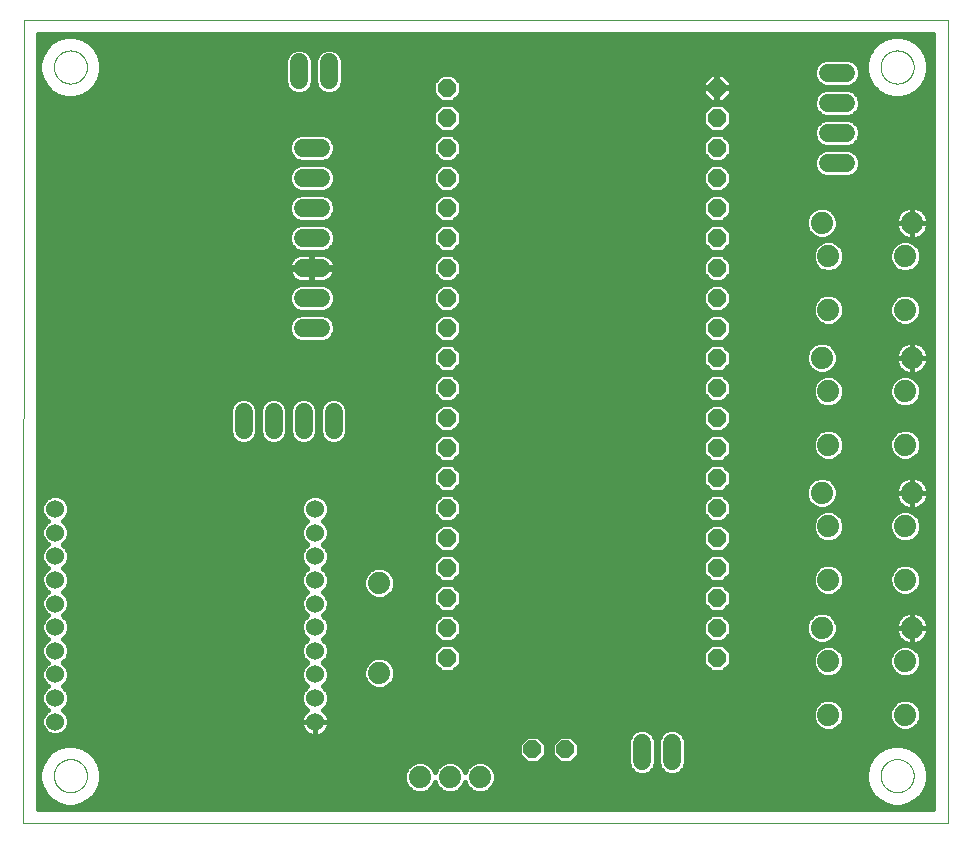
<source format=gtl>
G75*
%MOIN*%
%OFA0B0*%
%FSLAX25Y25*%
%IPPOS*%
%LPD*%
%AMOC8*
5,1,8,0,0,1.08239X$1,22.5*
%
%ADD10C,0.00000*%
%ADD11C,0.06000*%
%ADD12OC8,0.05937*%
%ADD13OC8,0.06000*%
%ADD14C,0.07400*%
%ADD15C,0.06000*%
%ADD16C,0.01600*%
D10*
X0002800Y0010550D02*
X0002950Y0278261D01*
X0311001Y0278261D01*
X0311001Y0010550D01*
X0002800Y0010550D01*
X0013036Y0026298D02*
X0013038Y0026446D01*
X0013044Y0026594D01*
X0013054Y0026742D01*
X0013068Y0026889D01*
X0013086Y0027036D01*
X0013107Y0027182D01*
X0013133Y0027328D01*
X0013163Y0027473D01*
X0013196Y0027617D01*
X0013234Y0027760D01*
X0013275Y0027902D01*
X0013320Y0028043D01*
X0013368Y0028183D01*
X0013421Y0028322D01*
X0013477Y0028459D01*
X0013537Y0028594D01*
X0013600Y0028728D01*
X0013667Y0028860D01*
X0013738Y0028990D01*
X0013812Y0029118D01*
X0013889Y0029244D01*
X0013970Y0029368D01*
X0014054Y0029490D01*
X0014141Y0029609D01*
X0014232Y0029726D01*
X0014326Y0029841D01*
X0014422Y0029953D01*
X0014522Y0030063D01*
X0014624Y0030169D01*
X0014730Y0030273D01*
X0014838Y0030374D01*
X0014949Y0030472D01*
X0015062Y0030568D01*
X0015178Y0030660D01*
X0015296Y0030749D01*
X0015417Y0030834D01*
X0015540Y0030917D01*
X0015665Y0030996D01*
X0015792Y0031072D01*
X0015921Y0031144D01*
X0016052Y0031213D01*
X0016185Y0031278D01*
X0016320Y0031339D01*
X0016456Y0031397D01*
X0016593Y0031452D01*
X0016732Y0031502D01*
X0016873Y0031549D01*
X0017014Y0031592D01*
X0017157Y0031632D01*
X0017301Y0031667D01*
X0017445Y0031699D01*
X0017591Y0031726D01*
X0017737Y0031750D01*
X0017884Y0031770D01*
X0018031Y0031786D01*
X0018178Y0031798D01*
X0018326Y0031806D01*
X0018474Y0031810D01*
X0018622Y0031810D01*
X0018770Y0031806D01*
X0018918Y0031798D01*
X0019065Y0031786D01*
X0019212Y0031770D01*
X0019359Y0031750D01*
X0019505Y0031726D01*
X0019651Y0031699D01*
X0019795Y0031667D01*
X0019939Y0031632D01*
X0020082Y0031592D01*
X0020223Y0031549D01*
X0020364Y0031502D01*
X0020503Y0031452D01*
X0020640Y0031397D01*
X0020776Y0031339D01*
X0020911Y0031278D01*
X0021044Y0031213D01*
X0021175Y0031144D01*
X0021304Y0031072D01*
X0021431Y0030996D01*
X0021556Y0030917D01*
X0021679Y0030834D01*
X0021800Y0030749D01*
X0021918Y0030660D01*
X0022034Y0030568D01*
X0022147Y0030472D01*
X0022258Y0030374D01*
X0022366Y0030273D01*
X0022472Y0030169D01*
X0022574Y0030063D01*
X0022674Y0029953D01*
X0022770Y0029841D01*
X0022864Y0029726D01*
X0022955Y0029609D01*
X0023042Y0029490D01*
X0023126Y0029368D01*
X0023207Y0029244D01*
X0023284Y0029118D01*
X0023358Y0028990D01*
X0023429Y0028860D01*
X0023496Y0028728D01*
X0023559Y0028594D01*
X0023619Y0028459D01*
X0023675Y0028322D01*
X0023728Y0028183D01*
X0023776Y0028043D01*
X0023821Y0027902D01*
X0023862Y0027760D01*
X0023900Y0027617D01*
X0023933Y0027473D01*
X0023963Y0027328D01*
X0023989Y0027182D01*
X0024010Y0027036D01*
X0024028Y0026889D01*
X0024042Y0026742D01*
X0024052Y0026594D01*
X0024058Y0026446D01*
X0024060Y0026298D01*
X0024058Y0026150D01*
X0024052Y0026002D01*
X0024042Y0025854D01*
X0024028Y0025707D01*
X0024010Y0025560D01*
X0023989Y0025414D01*
X0023963Y0025268D01*
X0023933Y0025123D01*
X0023900Y0024979D01*
X0023862Y0024836D01*
X0023821Y0024694D01*
X0023776Y0024553D01*
X0023728Y0024413D01*
X0023675Y0024274D01*
X0023619Y0024137D01*
X0023559Y0024002D01*
X0023496Y0023868D01*
X0023429Y0023736D01*
X0023358Y0023606D01*
X0023284Y0023478D01*
X0023207Y0023352D01*
X0023126Y0023228D01*
X0023042Y0023106D01*
X0022955Y0022987D01*
X0022864Y0022870D01*
X0022770Y0022755D01*
X0022674Y0022643D01*
X0022574Y0022533D01*
X0022472Y0022427D01*
X0022366Y0022323D01*
X0022258Y0022222D01*
X0022147Y0022124D01*
X0022034Y0022028D01*
X0021918Y0021936D01*
X0021800Y0021847D01*
X0021679Y0021762D01*
X0021556Y0021679D01*
X0021431Y0021600D01*
X0021304Y0021524D01*
X0021175Y0021452D01*
X0021044Y0021383D01*
X0020911Y0021318D01*
X0020776Y0021257D01*
X0020640Y0021199D01*
X0020503Y0021144D01*
X0020364Y0021094D01*
X0020223Y0021047D01*
X0020082Y0021004D01*
X0019939Y0020964D01*
X0019795Y0020929D01*
X0019651Y0020897D01*
X0019505Y0020870D01*
X0019359Y0020846D01*
X0019212Y0020826D01*
X0019065Y0020810D01*
X0018918Y0020798D01*
X0018770Y0020790D01*
X0018622Y0020786D01*
X0018474Y0020786D01*
X0018326Y0020790D01*
X0018178Y0020798D01*
X0018031Y0020810D01*
X0017884Y0020826D01*
X0017737Y0020846D01*
X0017591Y0020870D01*
X0017445Y0020897D01*
X0017301Y0020929D01*
X0017157Y0020964D01*
X0017014Y0021004D01*
X0016873Y0021047D01*
X0016732Y0021094D01*
X0016593Y0021144D01*
X0016456Y0021199D01*
X0016320Y0021257D01*
X0016185Y0021318D01*
X0016052Y0021383D01*
X0015921Y0021452D01*
X0015792Y0021524D01*
X0015665Y0021600D01*
X0015540Y0021679D01*
X0015417Y0021762D01*
X0015296Y0021847D01*
X0015178Y0021936D01*
X0015062Y0022028D01*
X0014949Y0022124D01*
X0014838Y0022222D01*
X0014730Y0022323D01*
X0014624Y0022427D01*
X0014522Y0022533D01*
X0014422Y0022643D01*
X0014326Y0022755D01*
X0014232Y0022870D01*
X0014141Y0022987D01*
X0014054Y0023106D01*
X0013970Y0023228D01*
X0013889Y0023352D01*
X0013812Y0023478D01*
X0013738Y0023606D01*
X0013667Y0023736D01*
X0013600Y0023868D01*
X0013537Y0024002D01*
X0013477Y0024137D01*
X0013421Y0024274D01*
X0013368Y0024413D01*
X0013320Y0024553D01*
X0013275Y0024694D01*
X0013234Y0024836D01*
X0013196Y0024979D01*
X0013163Y0025123D01*
X0013133Y0025268D01*
X0013107Y0025414D01*
X0013086Y0025560D01*
X0013068Y0025707D01*
X0013054Y0025854D01*
X0013044Y0026002D01*
X0013038Y0026150D01*
X0013036Y0026298D01*
X0013036Y0262519D02*
X0013038Y0262667D01*
X0013044Y0262815D01*
X0013054Y0262963D01*
X0013068Y0263110D01*
X0013086Y0263257D01*
X0013107Y0263403D01*
X0013133Y0263549D01*
X0013163Y0263694D01*
X0013196Y0263838D01*
X0013234Y0263981D01*
X0013275Y0264123D01*
X0013320Y0264264D01*
X0013368Y0264404D01*
X0013421Y0264543D01*
X0013477Y0264680D01*
X0013537Y0264815D01*
X0013600Y0264949D01*
X0013667Y0265081D01*
X0013738Y0265211D01*
X0013812Y0265339D01*
X0013889Y0265465D01*
X0013970Y0265589D01*
X0014054Y0265711D01*
X0014141Y0265830D01*
X0014232Y0265947D01*
X0014326Y0266062D01*
X0014422Y0266174D01*
X0014522Y0266284D01*
X0014624Y0266390D01*
X0014730Y0266494D01*
X0014838Y0266595D01*
X0014949Y0266693D01*
X0015062Y0266789D01*
X0015178Y0266881D01*
X0015296Y0266970D01*
X0015417Y0267055D01*
X0015540Y0267138D01*
X0015665Y0267217D01*
X0015792Y0267293D01*
X0015921Y0267365D01*
X0016052Y0267434D01*
X0016185Y0267499D01*
X0016320Y0267560D01*
X0016456Y0267618D01*
X0016593Y0267673D01*
X0016732Y0267723D01*
X0016873Y0267770D01*
X0017014Y0267813D01*
X0017157Y0267853D01*
X0017301Y0267888D01*
X0017445Y0267920D01*
X0017591Y0267947D01*
X0017737Y0267971D01*
X0017884Y0267991D01*
X0018031Y0268007D01*
X0018178Y0268019D01*
X0018326Y0268027D01*
X0018474Y0268031D01*
X0018622Y0268031D01*
X0018770Y0268027D01*
X0018918Y0268019D01*
X0019065Y0268007D01*
X0019212Y0267991D01*
X0019359Y0267971D01*
X0019505Y0267947D01*
X0019651Y0267920D01*
X0019795Y0267888D01*
X0019939Y0267853D01*
X0020082Y0267813D01*
X0020223Y0267770D01*
X0020364Y0267723D01*
X0020503Y0267673D01*
X0020640Y0267618D01*
X0020776Y0267560D01*
X0020911Y0267499D01*
X0021044Y0267434D01*
X0021175Y0267365D01*
X0021304Y0267293D01*
X0021431Y0267217D01*
X0021556Y0267138D01*
X0021679Y0267055D01*
X0021800Y0266970D01*
X0021918Y0266881D01*
X0022034Y0266789D01*
X0022147Y0266693D01*
X0022258Y0266595D01*
X0022366Y0266494D01*
X0022472Y0266390D01*
X0022574Y0266284D01*
X0022674Y0266174D01*
X0022770Y0266062D01*
X0022864Y0265947D01*
X0022955Y0265830D01*
X0023042Y0265711D01*
X0023126Y0265589D01*
X0023207Y0265465D01*
X0023284Y0265339D01*
X0023358Y0265211D01*
X0023429Y0265081D01*
X0023496Y0264949D01*
X0023559Y0264815D01*
X0023619Y0264680D01*
X0023675Y0264543D01*
X0023728Y0264404D01*
X0023776Y0264264D01*
X0023821Y0264123D01*
X0023862Y0263981D01*
X0023900Y0263838D01*
X0023933Y0263694D01*
X0023963Y0263549D01*
X0023989Y0263403D01*
X0024010Y0263257D01*
X0024028Y0263110D01*
X0024042Y0262963D01*
X0024052Y0262815D01*
X0024058Y0262667D01*
X0024060Y0262519D01*
X0024058Y0262371D01*
X0024052Y0262223D01*
X0024042Y0262075D01*
X0024028Y0261928D01*
X0024010Y0261781D01*
X0023989Y0261635D01*
X0023963Y0261489D01*
X0023933Y0261344D01*
X0023900Y0261200D01*
X0023862Y0261057D01*
X0023821Y0260915D01*
X0023776Y0260774D01*
X0023728Y0260634D01*
X0023675Y0260495D01*
X0023619Y0260358D01*
X0023559Y0260223D01*
X0023496Y0260089D01*
X0023429Y0259957D01*
X0023358Y0259827D01*
X0023284Y0259699D01*
X0023207Y0259573D01*
X0023126Y0259449D01*
X0023042Y0259327D01*
X0022955Y0259208D01*
X0022864Y0259091D01*
X0022770Y0258976D01*
X0022674Y0258864D01*
X0022574Y0258754D01*
X0022472Y0258648D01*
X0022366Y0258544D01*
X0022258Y0258443D01*
X0022147Y0258345D01*
X0022034Y0258249D01*
X0021918Y0258157D01*
X0021800Y0258068D01*
X0021679Y0257983D01*
X0021556Y0257900D01*
X0021431Y0257821D01*
X0021304Y0257745D01*
X0021175Y0257673D01*
X0021044Y0257604D01*
X0020911Y0257539D01*
X0020776Y0257478D01*
X0020640Y0257420D01*
X0020503Y0257365D01*
X0020364Y0257315D01*
X0020223Y0257268D01*
X0020082Y0257225D01*
X0019939Y0257185D01*
X0019795Y0257150D01*
X0019651Y0257118D01*
X0019505Y0257091D01*
X0019359Y0257067D01*
X0019212Y0257047D01*
X0019065Y0257031D01*
X0018918Y0257019D01*
X0018770Y0257011D01*
X0018622Y0257007D01*
X0018474Y0257007D01*
X0018326Y0257011D01*
X0018178Y0257019D01*
X0018031Y0257031D01*
X0017884Y0257047D01*
X0017737Y0257067D01*
X0017591Y0257091D01*
X0017445Y0257118D01*
X0017301Y0257150D01*
X0017157Y0257185D01*
X0017014Y0257225D01*
X0016873Y0257268D01*
X0016732Y0257315D01*
X0016593Y0257365D01*
X0016456Y0257420D01*
X0016320Y0257478D01*
X0016185Y0257539D01*
X0016052Y0257604D01*
X0015921Y0257673D01*
X0015792Y0257745D01*
X0015665Y0257821D01*
X0015540Y0257900D01*
X0015417Y0257983D01*
X0015296Y0258068D01*
X0015178Y0258157D01*
X0015062Y0258249D01*
X0014949Y0258345D01*
X0014838Y0258443D01*
X0014730Y0258544D01*
X0014624Y0258648D01*
X0014522Y0258754D01*
X0014422Y0258864D01*
X0014326Y0258976D01*
X0014232Y0259091D01*
X0014141Y0259208D01*
X0014054Y0259327D01*
X0013970Y0259449D01*
X0013889Y0259573D01*
X0013812Y0259699D01*
X0013738Y0259827D01*
X0013667Y0259957D01*
X0013600Y0260089D01*
X0013537Y0260223D01*
X0013477Y0260358D01*
X0013421Y0260495D01*
X0013368Y0260634D01*
X0013320Y0260774D01*
X0013275Y0260915D01*
X0013234Y0261057D01*
X0013196Y0261200D01*
X0013163Y0261344D01*
X0013133Y0261489D01*
X0013107Y0261635D01*
X0013086Y0261781D01*
X0013068Y0261928D01*
X0013054Y0262075D01*
X0013044Y0262223D01*
X0013038Y0262371D01*
X0013036Y0262519D01*
X0288627Y0262519D02*
X0288629Y0262667D01*
X0288635Y0262815D01*
X0288645Y0262963D01*
X0288659Y0263110D01*
X0288677Y0263257D01*
X0288698Y0263403D01*
X0288724Y0263549D01*
X0288754Y0263694D01*
X0288787Y0263838D01*
X0288825Y0263981D01*
X0288866Y0264123D01*
X0288911Y0264264D01*
X0288959Y0264404D01*
X0289012Y0264543D01*
X0289068Y0264680D01*
X0289128Y0264815D01*
X0289191Y0264949D01*
X0289258Y0265081D01*
X0289329Y0265211D01*
X0289403Y0265339D01*
X0289480Y0265465D01*
X0289561Y0265589D01*
X0289645Y0265711D01*
X0289732Y0265830D01*
X0289823Y0265947D01*
X0289917Y0266062D01*
X0290013Y0266174D01*
X0290113Y0266284D01*
X0290215Y0266390D01*
X0290321Y0266494D01*
X0290429Y0266595D01*
X0290540Y0266693D01*
X0290653Y0266789D01*
X0290769Y0266881D01*
X0290887Y0266970D01*
X0291008Y0267055D01*
X0291131Y0267138D01*
X0291256Y0267217D01*
X0291383Y0267293D01*
X0291512Y0267365D01*
X0291643Y0267434D01*
X0291776Y0267499D01*
X0291911Y0267560D01*
X0292047Y0267618D01*
X0292184Y0267673D01*
X0292323Y0267723D01*
X0292464Y0267770D01*
X0292605Y0267813D01*
X0292748Y0267853D01*
X0292892Y0267888D01*
X0293036Y0267920D01*
X0293182Y0267947D01*
X0293328Y0267971D01*
X0293475Y0267991D01*
X0293622Y0268007D01*
X0293769Y0268019D01*
X0293917Y0268027D01*
X0294065Y0268031D01*
X0294213Y0268031D01*
X0294361Y0268027D01*
X0294509Y0268019D01*
X0294656Y0268007D01*
X0294803Y0267991D01*
X0294950Y0267971D01*
X0295096Y0267947D01*
X0295242Y0267920D01*
X0295386Y0267888D01*
X0295530Y0267853D01*
X0295673Y0267813D01*
X0295814Y0267770D01*
X0295955Y0267723D01*
X0296094Y0267673D01*
X0296231Y0267618D01*
X0296367Y0267560D01*
X0296502Y0267499D01*
X0296635Y0267434D01*
X0296766Y0267365D01*
X0296895Y0267293D01*
X0297022Y0267217D01*
X0297147Y0267138D01*
X0297270Y0267055D01*
X0297391Y0266970D01*
X0297509Y0266881D01*
X0297625Y0266789D01*
X0297738Y0266693D01*
X0297849Y0266595D01*
X0297957Y0266494D01*
X0298063Y0266390D01*
X0298165Y0266284D01*
X0298265Y0266174D01*
X0298361Y0266062D01*
X0298455Y0265947D01*
X0298546Y0265830D01*
X0298633Y0265711D01*
X0298717Y0265589D01*
X0298798Y0265465D01*
X0298875Y0265339D01*
X0298949Y0265211D01*
X0299020Y0265081D01*
X0299087Y0264949D01*
X0299150Y0264815D01*
X0299210Y0264680D01*
X0299266Y0264543D01*
X0299319Y0264404D01*
X0299367Y0264264D01*
X0299412Y0264123D01*
X0299453Y0263981D01*
X0299491Y0263838D01*
X0299524Y0263694D01*
X0299554Y0263549D01*
X0299580Y0263403D01*
X0299601Y0263257D01*
X0299619Y0263110D01*
X0299633Y0262963D01*
X0299643Y0262815D01*
X0299649Y0262667D01*
X0299651Y0262519D01*
X0299649Y0262371D01*
X0299643Y0262223D01*
X0299633Y0262075D01*
X0299619Y0261928D01*
X0299601Y0261781D01*
X0299580Y0261635D01*
X0299554Y0261489D01*
X0299524Y0261344D01*
X0299491Y0261200D01*
X0299453Y0261057D01*
X0299412Y0260915D01*
X0299367Y0260774D01*
X0299319Y0260634D01*
X0299266Y0260495D01*
X0299210Y0260358D01*
X0299150Y0260223D01*
X0299087Y0260089D01*
X0299020Y0259957D01*
X0298949Y0259827D01*
X0298875Y0259699D01*
X0298798Y0259573D01*
X0298717Y0259449D01*
X0298633Y0259327D01*
X0298546Y0259208D01*
X0298455Y0259091D01*
X0298361Y0258976D01*
X0298265Y0258864D01*
X0298165Y0258754D01*
X0298063Y0258648D01*
X0297957Y0258544D01*
X0297849Y0258443D01*
X0297738Y0258345D01*
X0297625Y0258249D01*
X0297509Y0258157D01*
X0297391Y0258068D01*
X0297270Y0257983D01*
X0297147Y0257900D01*
X0297022Y0257821D01*
X0296895Y0257745D01*
X0296766Y0257673D01*
X0296635Y0257604D01*
X0296502Y0257539D01*
X0296367Y0257478D01*
X0296231Y0257420D01*
X0296094Y0257365D01*
X0295955Y0257315D01*
X0295814Y0257268D01*
X0295673Y0257225D01*
X0295530Y0257185D01*
X0295386Y0257150D01*
X0295242Y0257118D01*
X0295096Y0257091D01*
X0294950Y0257067D01*
X0294803Y0257047D01*
X0294656Y0257031D01*
X0294509Y0257019D01*
X0294361Y0257011D01*
X0294213Y0257007D01*
X0294065Y0257007D01*
X0293917Y0257011D01*
X0293769Y0257019D01*
X0293622Y0257031D01*
X0293475Y0257047D01*
X0293328Y0257067D01*
X0293182Y0257091D01*
X0293036Y0257118D01*
X0292892Y0257150D01*
X0292748Y0257185D01*
X0292605Y0257225D01*
X0292464Y0257268D01*
X0292323Y0257315D01*
X0292184Y0257365D01*
X0292047Y0257420D01*
X0291911Y0257478D01*
X0291776Y0257539D01*
X0291643Y0257604D01*
X0291512Y0257673D01*
X0291383Y0257745D01*
X0291256Y0257821D01*
X0291131Y0257900D01*
X0291008Y0257983D01*
X0290887Y0258068D01*
X0290769Y0258157D01*
X0290653Y0258249D01*
X0290540Y0258345D01*
X0290429Y0258443D01*
X0290321Y0258544D01*
X0290215Y0258648D01*
X0290113Y0258754D01*
X0290013Y0258864D01*
X0289917Y0258976D01*
X0289823Y0259091D01*
X0289732Y0259208D01*
X0289645Y0259327D01*
X0289561Y0259449D01*
X0289480Y0259573D01*
X0289403Y0259699D01*
X0289329Y0259827D01*
X0289258Y0259957D01*
X0289191Y0260089D01*
X0289128Y0260223D01*
X0289068Y0260358D01*
X0289012Y0260495D01*
X0288959Y0260634D01*
X0288911Y0260774D01*
X0288866Y0260915D01*
X0288825Y0261057D01*
X0288787Y0261200D01*
X0288754Y0261344D01*
X0288724Y0261489D01*
X0288698Y0261635D01*
X0288677Y0261781D01*
X0288659Y0261928D01*
X0288645Y0262075D01*
X0288635Y0262223D01*
X0288629Y0262371D01*
X0288627Y0262519D01*
X0288627Y0026298D02*
X0288629Y0026446D01*
X0288635Y0026594D01*
X0288645Y0026742D01*
X0288659Y0026889D01*
X0288677Y0027036D01*
X0288698Y0027182D01*
X0288724Y0027328D01*
X0288754Y0027473D01*
X0288787Y0027617D01*
X0288825Y0027760D01*
X0288866Y0027902D01*
X0288911Y0028043D01*
X0288959Y0028183D01*
X0289012Y0028322D01*
X0289068Y0028459D01*
X0289128Y0028594D01*
X0289191Y0028728D01*
X0289258Y0028860D01*
X0289329Y0028990D01*
X0289403Y0029118D01*
X0289480Y0029244D01*
X0289561Y0029368D01*
X0289645Y0029490D01*
X0289732Y0029609D01*
X0289823Y0029726D01*
X0289917Y0029841D01*
X0290013Y0029953D01*
X0290113Y0030063D01*
X0290215Y0030169D01*
X0290321Y0030273D01*
X0290429Y0030374D01*
X0290540Y0030472D01*
X0290653Y0030568D01*
X0290769Y0030660D01*
X0290887Y0030749D01*
X0291008Y0030834D01*
X0291131Y0030917D01*
X0291256Y0030996D01*
X0291383Y0031072D01*
X0291512Y0031144D01*
X0291643Y0031213D01*
X0291776Y0031278D01*
X0291911Y0031339D01*
X0292047Y0031397D01*
X0292184Y0031452D01*
X0292323Y0031502D01*
X0292464Y0031549D01*
X0292605Y0031592D01*
X0292748Y0031632D01*
X0292892Y0031667D01*
X0293036Y0031699D01*
X0293182Y0031726D01*
X0293328Y0031750D01*
X0293475Y0031770D01*
X0293622Y0031786D01*
X0293769Y0031798D01*
X0293917Y0031806D01*
X0294065Y0031810D01*
X0294213Y0031810D01*
X0294361Y0031806D01*
X0294509Y0031798D01*
X0294656Y0031786D01*
X0294803Y0031770D01*
X0294950Y0031750D01*
X0295096Y0031726D01*
X0295242Y0031699D01*
X0295386Y0031667D01*
X0295530Y0031632D01*
X0295673Y0031592D01*
X0295814Y0031549D01*
X0295955Y0031502D01*
X0296094Y0031452D01*
X0296231Y0031397D01*
X0296367Y0031339D01*
X0296502Y0031278D01*
X0296635Y0031213D01*
X0296766Y0031144D01*
X0296895Y0031072D01*
X0297022Y0030996D01*
X0297147Y0030917D01*
X0297270Y0030834D01*
X0297391Y0030749D01*
X0297509Y0030660D01*
X0297625Y0030568D01*
X0297738Y0030472D01*
X0297849Y0030374D01*
X0297957Y0030273D01*
X0298063Y0030169D01*
X0298165Y0030063D01*
X0298265Y0029953D01*
X0298361Y0029841D01*
X0298455Y0029726D01*
X0298546Y0029609D01*
X0298633Y0029490D01*
X0298717Y0029368D01*
X0298798Y0029244D01*
X0298875Y0029118D01*
X0298949Y0028990D01*
X0299020Y0028860D01*
X0299087Y0028728D01*
X0299150Y0028594D01*
X0299210Y0028459D01*
X0299266Y0028322D01*
X0299319Y0028183D01*
X0299367Y0028043D01*
X0299412Y0027902D01*
X0299453Y0027760D01*
X0299491Y0027617D01*
X0299524Y0027473D01*
X0299554Y0027328D01*
X0299580Y0027182D01*
X0299601Y0027036D01*
X0299619Y0026889D01*
X0299633Y0026742D01*
X0299643Y0026594D01*
X0299649Y0026446D01*
X0299651Y0026298D01*
X0299649Y0026150D01*
X0299643Y0026002D01*
X0299633Y0025854D01*
X0299619Y0025707D01*
X0299601Y0025560D01*
X0299580Y0025414D01*
X0299554Y0025268D01*
X0299524Y0025123D01*
X0299491Y0024979D01*
X0299453Y0024836D01*
X0299412Y0024694D01*
X0299367Y0024553D01*
X0299319Y0024413D01*
X0299266Y0024274D01*
X0299210Y0024137D01*
X0299150Y0024002D01*
X0299087Y0023868D01*
X0299020Y0023736D01*
X0298949Y0023606D01*
X0298875Y0023478D01*
X0298798Y0023352D01*
X0298717Y0023228D01*
X0298633Y0023106D01*
X0298546Y0022987D01*
X0298455Y0022870D01*
X0298361Y0022755D01*
X0298265Y0022643D01*
X0298165Y0022533D01*
X0298063Y0022427D01*
X0297957Y0022323D01*
X0297849Y0022222D01*
X0297738Y0022124D01*
X0297625Y0022028D01*
X0297509Y0021936D01*
X0297391Y0021847D01*
X0297270Y0021762D01*
X0297147Y0021679D01*
X0297022Y0021600D01*
X0296895Y0021524D01*
X0296766Y0021452D01*
X0296635Y0021383D01*
X0296502Y0021318D01*
X0296367Y0021257D01*
X0296231Y0021199D01*
X0296094Y0021144D01*
X0295955Y0021094D01*
X0295814Y0021047D01*
X0295673Y0021004D01*
X0295530Y0020964D01*
X0295386Y0020929D01*
X0295242Y0020897D01*
X0295096Y0020870D01*
X0294950Y0020846D01*
X0294803Y0020826D01*
X0294656Y0020810D01*
X0294509Y0020798D01*
X0294361Y0020790D01*
X0294213Y0020786D01*
X0294065Y0020786D01*
X0293917Y0020790D01*
X0293769Y0020798D01*
X0293622Y0020810D01*
X0293475Y0020826D01*
X0293328Y0020846D01*
X0293182Y0020870D01*
X0293036Y0020897D01*
X0292892Y0020929D01*
X0292748Y0020964D01*
X0292605Y0021004D01*
X0292464Y0021047D01*
X0292323Y0021094D01*
X0292184Y0021144D01*
X0292047Y0021199D01*
X0291911Y0021257D01*
X0291776Y0021318D01*
X0291643Y0021383D01*
X0291512Y0021452D01*
X0291383Y0021524D01*
X0291256Y0021600D01*
X0291131Y0021679D01*
X0291008Y0021762D01*
X0290887Y0021847D01*
X0290769Y0021936D01*
X0290653Y0022028D01*
X0290540Y0022124D01*
X0290429Y0022222D01*
X0290321Y0022323D01*
X0290215Y0022427D01*
X0290113Y0022533D01*
X0290013Y0022643D01*
X0289917Y0022755D01*
X0289823Y0022870D01*
X0289732Y0022987D01*
X0289645Y0023106D01*
X0289561Y0023228D01*
X0289480Y0023352D01*
X0289403Y0023478D01*
X0289329Y0023606D01*
X0289258Y0023736D01*
X0289191Y0023868D01*
X0289128Y0024002D01*
X0289068Y0024137D01*
X0289012Y0024274D01*
X0288959Y0024413D01*
X0288911Y0024553D01*
X0288866Y0024694D01*
X0288825Y0024836D01*
X0288787Y0024979D01*
X0288754Y0025123D01*
X0288724Y0025268D01*
X0288698Y0025414D01*
X0288677Y0025560D01*
X0288659Y0025707D01*
X0288645Y0025854D01*
X0288635Y0026002D01*
X0288629Y0026150D01*
X0288627Y0026298D01*
D11*
X0219050Y0031250D02*
X0219050Y0037250D01*
X0209050Y0037250D02*
X0209050Y0031250D01*
X0106300Y0141550D02*
X0106300Y0147550D01*
X0096300Y0147550D02*
X0096300Y0141550D01*
X0086300Y0141550D02*
X0086300Y0147550D01*
X0076300Y0147550D02*
X0076300Y0141550D01*
X0096050Y0175550D02*
X0102050Y0175550D01*
X0102050Y0185550D02*
X0096050Y0185550D01*
X0096050Y0195550D02*
X0102050Y0195550D01*
X0102050Y0205550D02*
X0096050Y0205550D01*
X0096050Y0215550D02*
X0102050Y0215550D01*
X0102050Y0225550D02*
X0096050Y0225550D01*
X0096050Y0235550D02*
X0102050Y0235550D01*
X0104800Y0258050D02*
X0104800Y0264050D01*
X0094800Y0264050D02*
X0094800Y0258050D01*
X0271050Y0260550D02*
X0277050Y0260550D01*
X0277050Y0250550D02*
X0271050Y0250550D01*
X0271050Y0240550D02*
X0277050Y0240550D01*
X0277050Y0230550D02*
X0271050Y0230550D01*
D12*
X0234050Y0225550D03*
X0234050Y0235550D03*
X0234050Y0245550D03*
X0234050Y0255550D03*
X0234050Y0215550D03*
X0234050Y0205550D03*
X0234050Y0195550D03*
X0234050Y0185550D03*
X0234050Y0175550D03*
X0234050Y0165550D03*
X0234050Y0155550D03*
X0234050Y0145550D03*
X0234050Y0135550D03*
X0234050Y0125550D03*
X0234050Y0115550D03*
X0234050Y0105550D03*
X0234050Y0095550D03*
X0234050Y0085550D03*
X0234050Y0075550D03*
X0234050Y0065550D03*
X0144050Y0065550D03*
X0144050Y0075550D03*
X0144050Y0085550D03*
X0144050Y0095550D03*
X0144050Y0105550D03*
X0144050Y0115550D03*
X0144050Y0125550D03*
X0144050Y0135550D03*
X0144050Y0145550D03*
X0144050Y0155550D03*
X0144050Y0165550D03*
X0144050Y0175550D03*
X0144050Y0185550D03*
X0144050Y0195550D03*
X0144050Y0205550D03*
X0144050Y0215550D03*
X0144050Y0225550D03*
X0144050Y0235550D03*
X0144050Y0245550D03*
X0144050Y0255550D03*
D13*
X0172550Y0035050D03*
X0183550Y0035050D03*
D14*
X0155050Y0025800D03*
X0145050Y0025800D03*
X0135050Y0025800D03*
X0121550Y0060550D03*
X0121550Y0090550D03*
X0269050Y0075550D03*
X0271250Y0064450D03*
X0271250Y0046650D03*
X0296850Y0046650D03*
X0296850Y0064450D03*
X0299050Y0075550D03*
X0296850Y0091650D03*
X0296850Y0109450D03*
X0299050Y0120550D03*
X0296850Y0136650D03*
X0296850Y0154450D03*
X0299050Y0165550D03*
X0296850Y0181650D03*
X0296850Y0199450D03*
X0299050Y0210550D03*
X0271250Y0199450D03*
X0269050Y0210550D03*
X0271250Y0181650D03*
X0269050Y0165550D03*
X0271250Y0154450D03*
X0271250Y0136650D03*
X0269050Y0120550D03*
X0271250Y0109450D03*
X0271250Y0091650D03*
D15*
X0100107Y0091554D03*
X0100107Y0099428D03*
X0100107Y0107302D03*
X0100107Y0115176D03*
X0100107Y0083680D03*
X0100107Y0075806D03*
X0100107Y0067932D03*
X0100107Y0060058D03*
X0100107Y0052184D03*
X0100107Y0044310D03*
X0013493Y0044310D03*
X0013493Y0052184D03*
X0013493Y0060058D03*
X0013493Y0067932D03*
X0013493Y0075806D03*
X0013493Y0083680D03*
X0013493Y0091554D03*
X0013493Y0099428D03*
X0013493Y0107302D03*
X0013493Y0115176D03*
D16*
X0015681Y0119249D02*
X0097919Y0119249D01*
X0097501Y0119076D02*
X0099192Y0119776D01*
X0101022Y0119776D01*
X0102713Y0119076D01*
X0104007Y0117782D01*
X0104707Y0116091D01*
X0104707Y0114261D01*
X0104007Y0112570D01*
X0102713Y0111276D01*
X0102623Y0111239D01*
X0102713Y0111202D01*
X0104007Y0109908D01*
X0104707Y0108217D01*
X0104707Y0106387D01*
X0104007Y0104696D01*
X0102713Y0103402D01*
X0102623Y0103365D01*
X0102713Y0103328D01*
X0104007Y0102034D01*
X0104707Y0100343D01*
X0104707Y0098513D01*
X0104007Y0096822D01*
X0102713Y0095528D01*
X0102623Y0095491D01*
X0102713Y0095454D01*
X0104007Y0094160D01*
X0104707Y0092469D01*
X0104707Y0090639D01*
X0104007Y0088948D01*
X0102713Y0087654D01*
X0102623Y0087617D01*
X0102713Y0087580D01*
X0104007Y0086286D01*
X0104707Y0084595D01*
X0104707Y0082765D01*
X0104007Y0081074D01*
X0102713Y0079780D01*
X0102623Y0079743D01*
X0102713Y0079706D01*
X0104007Y0078412D01*
X0104707Y0076721D01*
X0104707Y0074891D01*
X0104007Y0073200D01*
X0102713Y0071906D01*
X0102623Y0071869D01*
X0102713Y0071832D01*
X0104007Y0070538D01*
X0104707Y0068847D01*
X0104707Y0067017D01*
X0104007Y0065326D01*
X0102713Y0064032D01*
X0102623Y0063995D01*
X0102713Y0063958D01*
X0104007Y0062664D01*
X0104707Y0060973D01*
X0104707Y0059143D01*
X0104007Y0057452D01*
X0102713Y0056158D01*
X0102623Y0056121D01*
X0102713Y0056084D01*
X0104007Y0054790D01*
X0104707Y0053099D01*
X0104707Y0051269D01*
X0104007Y0049578D01*
X0102751Y0048322D01*
X0103234Y0047971D01*
X0103768Y0047437D01*
X0104212Y0046826D01*
X0104555Y0046152D01*
X0104789Y0045434D01*
X0104907Y0044688D01*
X0104907Y0044310D01*
X0100107Y0044310D01*
X0100107Y0044310D01*
X0095307Y0044310D01*
X0095307Y0044688D01*
X0095425Y0045434D01*
X0095659Y0046152D01*
X0096002Y0046826D01*
X0096446Y0047437D01*
X0096980Y0047971D01*
X0097463Y0048322D01*
X0096207Y0049578D01*
X0095507Y0051269D01*
X0095507Y0053099D01*
X0096207Y0054790D01*
X0097501Y0056084D01*
X0097592Y0056121D01*
X0097501Y0056158D01*
X0096207Y0057452D01*
X0095507Y0059143D01*
X0095507Y0060973D01*
X0096207Y0062664D01*
X0097501Y0063958D01*
X0097592Y0063995D01*
X0097501Y0064032D01*
X0096207Y0065326D01*
X0095507Y0067017D01*
X0095507Y0068847D01*
X0096207Y0070538D01*
X0097501Y0071832D01*
X0097592Y0071869D01*
X0097501Y0071906D01*
X0096207Y0073200D01*
X0095507Y0074891D01*
X0095507Y0076721D01*
X0096207Y0078412D01*
X0097501Y0079706D01*
X0097592Y0079743D01*
X0097501Y0079780D01*
X0096207Y0081074D01*
X0095507Y0082765D01*
X0095507Y0084595D01*
X0096207Y0086286D01*
X0097501Y0087580D01*
X0097592Y0087617D01*
X0097501Y0087654D01*
X0096207Y0088948D01*
X0095507Y0090639D01*
X0095507Y0092469D01*
X0096207Y0094160D01*
X0097501Y0095454D01*
X0097592Y0095491D01*
X0097501Y0095528D01*
X0096207Y0096822D01*
X0095507Y0098513D01*
X0095507Y0100343D01*
X0096207Y0102034D01*
X0097501Y0103328D01*
X0097591Y0103365D01*
X0097501Y0103402D01*
X0096207Y0104696D01*
X0095507Y0106387D01*
X0095507Y0108217D01*
X0096207Y0109908D01*
X0097501Y0111202D01*
X0097591Y0111239D01*
X0097501Y0111276D01*
X0096207Y0112570D01*
X0095507Y0114261D01*
X0095507Y0116091D01*
X0096207Y0117782D01*
X0097501Y0119076D01*
X0096153Y0117650D02*
X0017447Y0117650D01*
X0017393Y0117782D02*
X0016099Y0119076D01*
X0014408Y0119776D01*
X0012578Y0119776D01*
X0010887Y0119076D01*
X0009593Y0117782D01*
X0008893Y0116091D01*
X0008893Y0114261D01*
X0009593Y0112570D01*
X0010887Y0111276D01*
X0010977Y0111239D01*
X0010887Y0111202D01*
X0009593Y0109908D01*
X0008893Y0108217D01*
X0008893Y0106387D01*
X0009593Y0104696D01*
X0010887Y0103402D01*
X0010977Y0103365D01*
X0010887Y0103328D01*
X0009593Y0102034D01*
X0008893Y0100343D01*
X0008893Y0098513D01*
X0009593Y0096822D01*
X0010887Y0095528D01*
X0010977Y0095491D01*
X0010887Y0095454D01*
X0009593Y0094160D01*
X0008893Y0092469D01*
X0008893Y0090639D01*
X0009593Y0088948D01*
X0010887Y0087654D01*
X0010977Y0087617D01*
X0010887Y0087580D01*
X0009593Y0086286D01*
X0008893Y0084595D01*
X0008893Y0082765D01*
X0009593Y0081074D01*
X0010887Y0079780D01*
X0010977Y0079743D01*
X0010887Y0079706D01*
X0009593Y0078412D01*
X0008893Y0076721D01*
X0008893Y0074891D01*
X0009593Y0073200D01*
X0010887Y0071906D01*
X0010977Y0071869D01*
X0010887Y0071832D01*
X0009593Y0070538D01*
X0008893Y0068847D01*
X0008893Y0067017D01*
X0009593Y0065326D01*
X0010887Y0064032D01*
X0010977Y0063995D01*
X0010887Y0063958D01*
X0009593Y0062664D01*
X0008893Y0060973D01*
X0008893Y0059143D01*
X0009593Y0057452D01*
X0010887Y0056158D01*
X0010977Y0056121D01*
X0010887Y0056084D01*
X0009593Y0054790D01*
X0008893Y0053099D01*
X0008893Y0051269D01*
X0009593Y0049578D01*
X0010887Y0048284D01*
X0010977Y0048247D01*
X0010887Y0048210D01*
X0009593Y0046916D01*
X0008893Y0045225D01*
X0008893Y0043395D01*
X0009593Y0041704D01*
X0010887Y0040410D01*
X0012578Y0039710D01*
X0014408Y0039710D01*
X0016099Y0040410D01*
X0017393Y0041704D01*
X0018093Y0043395D01*
X0018093Y0045225D01*
X0017393Y0046916D01*
X0016099Y0048210D01*
X0016008Y0048247D01*
X0016099Y0048284D01*
X0017393Y0049578D01*
X0018093Y0051269D01*
X0018093Y0053099D01*
X0017393Y0054790D01*
X0016099Y0056084D01*
X0016008Y0056121D01*
X0016099Y0056158D01*
X0017393Y0057452D01*
X0018093Y0059143D01*
X0018093Y0060973D01*
X0017393Y0062664D01*
X0016099Y0063958D01*
X0016008Y0063995D01*
X0016099Y0064032D01*
X0017393Y0065326D01*
X0018093Y0067017D01*
X0018093Y0068847D01*
X0017393Y0070538D01*
X0016099Y0071832D01*
X0016008Y0071869D01*
X0016099Y0071906D01*
X0017393Y0073200D01*
X0018093Y0074891D01*
X0018093Y0076721D01*
X0017393Y0078412D01*
X0016099Y0079706D01*
X0016008Y0079743D01*
X0016099Y0079780D01*
X0017393Y0081074D01*
X0018093Y0082765D01*
X0018093Y0084595D01*
X0017393Y0086286D01*
X0016099Y0087580D01*
X0016008Y0087617D01*
X0016099Y0087654D01*
X0017393Y0088948D01*
X0018093Y0090639D01*
X0018093Y0092469D01*
X0017393Y0094160D01*
X0016099Y0095454D01*
X0016008Y0095491D01*
X0016099Y0095528D01*
X0017393Y0096822D01*
X0018093Y0098513D01*
X0018093Y0100343D01*
X0017393Y0102034D01*
X0016099Y0103328D01*
X0016008Y0103365D01*
X0016099Y0103402D01*
X0017393Y0104696D01*
X0018093Y0106387D01*
X0018093Y0108217D01*
X0017393Y0109908D01*
X0016099Y0111202D01*
X0016008Y0111239D01*
X0016099Y0111276D01*
X0017393Y0112570D01*
X0018093Y0114261D01*
X0018093Y0116091D01*
X0017393Y0117782D01*
X0018093Y0116052D02*
X0095507Y0116052D01*
X0095507Y0114453D02*
X0018093Y0114453D01*
X0017510Y0112855D02*
X0096090Y0112855D01*
X0097550Y0111256D02*
X0016050Y0111256D01*
X0017496Y0109658D02*
X0096104Y0109658D01*
X0095507Y0108059D02*
X0018093Y0108059D01*
X0018093Y0106461D02*
X0095507Y0106461D01*
X0096139Y0104862D02*
X0017461Y0104862D01*
X0016163Y0103264D02*
X0097437Y0103264D01*
X0096055Y0101665D02*
X0017545Y0101665D01*
X0018093Y0100067D02*
X0095507Y0100067D01*
X0095526Y0098468D02*
X0018074Y0098468D01*
X0017412Y0096870D02*
X0096188Y0096870D01*
X0097319Y0095271D02*
X0016281Y0095271D01*
X0017594Y0093673D02*
X0096006Y0093673D01*
X0095507Y0092074D02*
X0018093Y0092074D01*
X0018025Y0090476D02*
X0095575Y0090476D01*
X0096279Y0088877D02*
X0017321Y0088877D01*
X0016400Y0087279D02*
X0097200Y0087279D01*
X0095957Y0085680D02*
X0017643Y0085680D01*
X0018093Y0084082D02*
X0095507Y0084082D01*
X0095624Y0082483D02*
X0017976Y0082483D01*
X0017203Y0080884D02*
X0096397Y0080884D01*
X0097082Y0079286D02*
X0016518Y0079286D01*
X0017693Y0077687D02*
X0095907Y0077687D01*
X0095507Y0076089D02*
X0018093Y0076089D01*
X0017927Y0074490D02*
X0095673Y0074490D01*
X0096516Y0072892D02*
X0017084Y0072892D01*
X0016637Y0071293D02*
X0096963Y0071293D01*
X0095858Y0069695D02*
X0017742Y0069695D01*
X0018093Y0068096D02*
X0095507Y0068096D01*
X0095722Y0066498D02*
X0017878Y0066498D01*
X0016966Y0064899D02*
X0096634Y0064899D01*
X0096845Y0063301D02*
X0016755Y0063301D01*
X0017791Y0061702D02*
X0095809Y0061702D01*
X0095507Y0060104D02*
X0018093Y0060104D01*
X0017829Y0058505D02*
X0095771Y0058505D01*
X0096753Y0056907D02*
X0016847Y0056907D01*
X0016874Y0055308D02*
X0096726Y0055308D01*
X0095760Y0053710D02*
X0017840Y0053710D01*
X0018093Y0052111D02*
X0095507Y0052111D01*
X0095820Y0050513D02*
X0017780Y0050513D01*
X0016729Y0048914D02*
X0096871Y0048914D01*
X0096358Y0047316D02*
X0016992Y0047316D01*
X0017889Y0045717D02*
X0095517Y0045717D01*
X0095307Y0044310D02*
X0095307Y0043932D01*
X0095425Y0043186D01*
X0095659Y0042467D01*
X0096002Y0041794D01*
X0096446Y0041183D01*
X0096980Y0040649D01*
X0097591Y0040205D01*
X0098265Y0039862D01*
X0098983Y0039628D01*
X0099729Y0039510D01*
X0100107Y0039510D01*
X0100107Y0044310D01*
X0100107Y0044310D01*
X0095307Y0044310D01*
X0095307Y0044119D02*
X0018093Y0044119D01*
X0017731Y0042520D02*
X0095642Y0042520D01*
X0096707Y0040922D02*
X0016610Y0040922D01*
X0017190Y0036610D02*
X0014568Y0035907D01*
X0012216Y0034550D01*
X0010297Y0032630D01*
X0008939Y0030278D01*
X0008236Y0027656D01*
X0008236Y0024940D01*
X0008939Y0022318D01*
X0010297Y0019966D01*
X0012216Y0018047D01*
X0014568Y0016689D01*
X0017190Y0015986D01*
X0019906Y0015986D01*
X0022528Y0016689D01*
X0024880Y0018047D01*
X0026800Y0019966D01*
X0028157Y0022318D01*
X0028860Y0024940D01*
X0028860Y0027656D01*
X0028157Y0030278D01*
X0026800Y0032630D01*
X0024880Y0034550D01*
X0022528Y0035907D01*
X0019906Y0036610D01*
X0017190Y0036610D01*
X0015385Y0036126D02*
X0007614Y0036126D01*
X0007613Y0034528D02*
X0012195Y0034528D01*
X0010596Y0032929D02*
X0007613Y0032929D01*
X0007612Y0031331D02*
X0009547Y0031331D01*
X0008793Y0029732D02*
X0007611Y0029732D01*
X0007610Y0028134D02*
X0008364Y0028134D01*
X0008236Y0026535D02*
X0007609Y0026535D01*
X0007608Y0024937D02*
X0008237Y0024937D01*
X0008666Y0023338D02*
X0007607Y0023338D01*
X0007606Y0021740D02*
X0009273Y0021740D01*
X0010196Y0020141D02*
X0007605Y0020141D01*
X0007604Y0018543D02*
X0011720Y0018543D01*
X0014126Y0016944D02*
X0007604Y0016944D01*
X0007603Y0015350D02*
X0007747Y0273461D01*
X0306201Y0273461D01*
X0306201Y0015350D01*
X0007603Y0015350D01*
X0022970Y0016944D02*
X0289717Y0016944D01*
X0290158Y0016689D02*
X0287807Y0018047D01*
X0285887Y0019966D01*
X0284530Y0022318D01*
X0283827Y0024940D01*
X0283827Y0027656D01*
X0284530Y0030278D01*
X0285887Y0032630D01*
X0287807Y0034550D01*
X0290158Y0035907D01*
X0292781Y0036610D01*
X0295496Y0036610D01*
X0298119Y0035907D01*
X0300470Y0034550D01*
X0302390Y0032630D01*
X0303748Y0030278D01*
X0304450Y0027656D01*
X0304450Y0024940D01*
X0303748Y0022318D01*
X0302390Y0019966D01*
X0300470Y0018047D01*
X0298119Y0016689D01*
X0295496Y0015986D01*
X0292781Y0015986D01*
X0290158Y0016689D01*
X0287311Y0018543D02*
X0025376Y0018543D01*
X0026900Y0020141D02*
X0285786Y0020141D01*
X0284863Y0021740D02*
X0158485Y0021740D01*
X0158052Y0021307D02*
X0159543Y0022798D01*
X0160350Y0024746D01*
X0160350Y0026854D01*
X0159543Y0028802D01*
X0158052Y0030293D01*
X0156104Y0031100D01*
X0153996Y0031100D01*
X0152048Y0030293D01*
X0150557Y0028802D01*
X0150050Y0027578D01*
X0149543Y0028802D01*
X0148052Y0030293D01*
X0146104Y0031100D01*
X0143996Y0031100D01*
X0142048Y0030293D01*
X0140557Y0028802D01*
X0140050Y0027578D01*
X0139543Y0028802D01*
X0138052Y0030293D01*
X0136104Y0031100D01*
X0133996Y0031100D01*
X0132048Y0030293D01*
X0130557Y0028802D01*
X0129750Y0026854D01*
X0129750Y0024746D01*
X0130557Y0022798D01*
X0132048Y0021307D01*
X0133996Y0020500D01*
X0136104Y0020500D01*
X0138052Y0021307D01*
X0139543Y0022798D01*
X0140050Y0024022D01*
X0140557Y0022798D01*
X0142048Y0021307D01*
X0143996Y0020500D01*
X0146104Y0020500D01*
X0148052Y0021307D01*
X0149543Y0022798D01*
X0150050Y0024022D01*
X0150557Y0022798D01*
X0152048Y0021307D01*
X0153996Y0020500D01*
X0156104Y0020500D01*
X0158052Y0021307D01*
X0159767Y0023338D02*
X0284256Y0023338D01*
X0283828Y0024937D02*
X0160350Y0024937D01*
X0160350Y0026535D02*
X0283827Y0026535D01*
X0283955Y0028134D02*
X0222439Y0028134D01*
X0222950Y0028644D02*
X0223650Y0030335D01*
X0223650Y0038165D01*
X0222950Y0039856D01*
X0221656Y0041150D01*
X0219965Y0041850D01*
X0218135Y0041850D01*
X0216444Y0041150D01*
X0215150Y0039856D01*
X0214450Y0038165D01*
X0214450Y0030335D01*
X0215150Y0028644D01*
X0216444Y0027350D01*
X0218135Y0026650D01*
X0219965Y0026650D01*
X0221656Y0027350D01*
X0222950Y0028644D01*
X0223400Y0029732D02*
X0284383Y0029732D01*
X0285137Y0031331D02*
X0223650Y0031331D01*
X0223650Y0032929D02*
X0286187Y0032929D01*
X0287785Y0034528D02*
X0223650Y0034528D01*
X0223650Y0036126D02*
X0290976Y0036126D01*
X0297301Y0036126D02*
X0306201Y0036126D01*
X0306201Y0034528D02*
X0300492Y0034528D01*
X0302091Y0032929D02*
X0306201Y0032929D01*
X0306201Y0031331D02*
X0303140Y0031331D01*
X0303894Y0029732D02*
X0306201Y0029732D01*
X0306201Y0028134D02*
X0304322Y0028134D01*
X0304450Y0026535D02*
X0306201Y0026535D01*
X0306201Y0024937D02*
X0304449Y0024937D01*
X0304021Y0023338D02*
X0306201Y0023338D01*
X0306201Y0021740D02*
X0303414Y0021740D01*
X0302491Y0020141D02*
X0306201Y0020141D01*
X0306201Y0018543D02*
X0300966Y0018543D01*
X0298561Y0016944D02*
X0306201Y0016944D01*
X0306201Y0037725D02*
X0223650Y0037725D01*
X0223170Y0039323D02*
X0306201Y0039323D01*
X0306201Y0040922D02*
X0221884Y0040922D01*
X0216216Y0040922D02*
X0211884Y0040922D01*
X0211656Y0041150D02*
X0212950Y0039856D01*
X0213650Y0038165D01*
X0213650Y0030335D01*
X0212950Y0028644D01*
X0211656Y0027350D01*
X0209965Y0026650D01*
X0208135Y0026650D01*
X0206444Y0027350D01*
X0205150Y0028644D01*
X0204450Y0030335D01*
X0204450Y0038165D01*
X0205150Y0039856D01*
X0206444Y0041150D01*
X0208135Y0041850D01*
X0209965Y0041850D01*
X0211656Y0041150D01*
X0213170Y0039323D02*
X0214930Y0039323D01*
X0214450Y0037725D02*
X0213650Y0037725D01*
X0213650Y0036126D02*
X0214450Y0036126D01*
X0214450Y0034528D02*
X0213650Y0034528D01*
X0213650Y0032929D02*
X0214450Y0032929D01*
X0214450Y0031331D02*
X0213650Y0031331D01*
X0213400Y0029732D02*
X0214700Y0029732D01*
X0215661Y0028134D02*
X0212439Y0028134D01*
X0205661Y0028134D02*
X0159820Y0028134D01*
X0158613Y0029732D02*
X0204700Y0029732D01*
X0204450Y0031331D02*
X0186336Y0031331D01*
X0185455Y0030450D02*
X0188150Y0033145D01*
X0188150Y0036955D01*
X0185455Y0039650D01*
X0181645Y0039650D01*
X0178950Y0036955D01*
X0178950Y0033145D01*
X0181645Y0030450D01*
X0185455Y0030450D01*
X0187935Y0032929D02*
X0204450Y0032929D01*
X0204450Y0034528D02*
X0188150Y0034528D01*
X0188150Y0036126D02*
X0204450Y0036126D01*
X0204450Y0037725D02*
X0187381Y0037725D01*
X0185782Y0039323D02*
X0204930Y0039323D01*
X0206216Y0040922D02*
X0103507Y0040922D01*
X0103768Y0041183D02*
X0103234Y0040649D01*
X0102623Y0040205D01*
X0101950Y0039862D01*
X0101231Y0039628D01*
X0100485Y0039510D01*
X0100107Y0039510D01*
X0100107Y0044310D01*
X0100107Y0044310D01*
X0104907Y0044310D01*
X0104907Y0043932D01*
X0104789Y0043186D01*
X0104555Y0042467D01*
X0104212Y0041794D01*
X0103768Y0041183D01*
X0104573Y0042520D02*
X0267884Y0042520D01*
X0268248Y0042157D02*
X0270196Y0041350D01*
X0272304Y0041350D01*
X0274252Y0042157D01*
X0275743Y0043648D01*
X0276550Y0045596D01*
X0276550Y0047704D01*
X0275743Y0049652D01*
X0274252Y0051143D01*
X0272304Y0051950D01*
X0270196Y0051950D01*
X0268248Y0051143D01*
X0266757Y0049652D01*
X0265950Y0047704D01*
X0265950Y0045596D01*
X0266757Y0043648D01*
X0268248Y0042157D01*
X0266562Y0044119D02*
X0104907Y0044119D01*
X0104697Y0045717D02*
X0265950Y0045717D01*
X0265950Y0047316D02*
X0103856Y0047316D01*
X0103343Y0048914D02*
X0266451Y0048914D01*
X0267617Y0050513D02*
X0104394Y0050513D01*
X0104707Y0052111D02*
X0306201Y0052111D01*
X0306201Y0050513D02*
X0300483Y0050513D01*
X0299852Y0051143D02*
X0297904Y0051950D01*
X0295796Y0051950D01*
X0293848Y0051143D01*
X0292357Y0049652D01*
X0291550Y0047704D01*
X0291550Y0045596D01*
X0292357Y0043648D01*
X0293848Y0042157D01*
X0295796Y0041350D01*
X0297904Y0041350D01*
X0299852Y0042157D01*
X0301343Y0043648D01*
X0302150Y0045596D01*
X0302150Y0047704D01*
X0301343Y0049652D01*
X0299852Y0051143D01*
X0301649Y0048914D02*
X0306201Y0048914D01*
X0306201Y0047316D02*
X0302150Y0047316D01*
X0302150Y0045717D02*
X0306201Y0045717D01*
X0306201Y0044119D02*
X0301538Y0044119D01*
X0300216Y0042520D02*
X0306201Y0042520D01*
X0293484Y0042520D02*
X0274616Y0042520D01*
X0275938Y0044119D02*
X0292162Y0044119D01*
X0291550Y0045717D02*
X0276550Y0045717D01*
X0276550Y0047316D02*
X0291550Y0047316D01*
X0292051Y0048914D02*
X0276049Y0048914D01*
X0274883Y0050513D02*
X0293217Y0050513D01*
X0295796Y0059150D02*
X0297904Y0059150D01*
X0299852Y0059957D01*
X0301343Y0061448D01*
X0302150Y0063396D01*
X0302150Y0065504D01*
X0301343Y0067452D01*
X0299852Y0068943D01*
X0297904Y0069750D01*
X0295796Y0069750D01*
X0293848Y0068943D01*
X0292357Y0067452D01*
X0291550Y0065504D01*
X0291550Y0063396D01*
X0292357Y0061448D01*
X0293848Y0059957D01*
X0295796Y0059150D01*
X0293701Y0060104D02*
X0274399Y0060104D01*
X0274252Y0059957D02*
X0275743Y0061448D01*
X0276550Y0063396D01*
X0276550Y0065504D01*
X0275743Y0067452D01*
X0274252Y0068943D01*
X0272304Y0069750D01*
X0270196Y0069750D01*
X0268248Y0068943D01*
X0266757Y0067452D01*
X0265950Y0065504D01*
X0265950Y0063396D01*
X0266757Y0061448D01*
X0268248Y0059957D01*
X0270196Y0059150D01*
X0272304Y0059150D01*
X0274252Y0059957D01*
X0275849Y0061702D02*
X0292251Y0061702D01*
X0291589Y0063301D02*
X0276511Y0063301D01*
X0276550Y0064899D02*
X0291550Y0064899D01*
X0291962Y0066498D02*
X0276138Y0066498D01*
X0275099Y0068096D02*
X0293001Y0068096D01*
X0295663Y0069695D02*
X0272437Y0069695D01*
X0272052Y0071057D02*
X0273543Y0072548D01*
X0274350Y0074496D01*
X0274350Y0076604D01*
X0273543Y0078552D01*
X0272052Y0080043D01*
X0270104Y0080850D01*
X0267996Y0080850D01*
X0266048Y0080043D01*
X0264557Y0078552D01*
X0263750Y0076604D01*
X0263750Y0074496D01*
X0264557Y0072548D01*
X0266048Y0071057D01*
X0267996Y0070250D01*
X0270104Y0070250D01*
X0272052Y0071057D01*
X0272289Y0071293D02*
X0295552Y0071293D01*
X0295467Y0071355D02*
X0296167Y0070846D01*
X0296939Y0070453D01*
X0297762Y0070185D01*
X0298617Y0070050D01*
X0298964Y0070050D01*
X0298964Y0075464D01*
X0299136Y0075464D01*
X0299136Y0075636D01*
X0304550Y0075636D01*
X0304550Y0075983D01*
X0304415Y0076838D01*
X0304147Y0077661D01*
X0303754Y0078433D01*
X0303245Y0079133D01*
X0302633Y0079745D01*
X0301933Y0080254D01*
X0301161Y0080647D01*
X0300338Y0080915D01*
X0299483Y0081050D01*
X0299136Y0081050D01*
X0299136Y0075636D01*
X0298964Y0075636D01*
X0298964Y0081050D01*
X0298617Y0081050D01*
X0297762Y0080915D01*
X0296939Y0080647D01*
X0296167Y0080254D01*
X0295467Y0079745D01*
X0294855Y0079133D01*
X0294346Y0078433D01*
X0293953Y0077661D01*
X0293685Y0076838D01*
X0293550Y0075983D01*
X0293550Y0075636D01*
X0298964Y0075636D01*
X0298964Y0075464D01*
X0293550Y0075464D01*
X0293550Y0075117D01*
X0293685Y0074262D01*
X0293953Y0073439D01*
X0294346Y0072667D01*
X0294855Y0071967D01*
X0295467Y0071355D01*
X0294232Y0072892D02*
X0273686Y0072892D01*
X0274348Y0074490D02*
X0293649Y0074490D01*
X0293567Y0076089D02*
X0274350Y0076089D01*
X0273901Y0077687D02*
X0293966Y0077687D01*
X0295008Y0079286D02*
X0272809Y0079286D01*
X0272304Y0086350D02*
X0270196Y0086350D01*
X0268248Y0087157D01*
X0266757Y0088648D01*
X0265950Y0090596D01*
X0265950Y0092704D01*
X0266757Y0094652D01*
X0268248Y0096143D01*
X0270196Y0096950D01*
X0272304Y0096950D01*
X0274252Y0096143D01*
X0275743Y0094652D01*
X0276550Y0092704D01*
X0276550Y0090596D01*
X0275743Y0088648D01*
X0274252Y0087157D01*
X0272304Y0086350D01*
X0274374Y0087279D02*
X0293726Y0087279D01*
X0293848Y0087157D02*
X0295796Y0086350D01*
X0297904Y0086350D01*
X0299852Y0087157D01*
X0301343Y0088648D01*
X0302150Y0090596D01*
X0302150Y0092704D01*
X0301343Y0094652D01*
X0299852Y0096143D01*
X0297904Y0096950D01*
X0295796Y0096950D01*
X0293848Y0096143D01*
X0292357Y0094652D01*
X0291550Y0092704D01*
X0291550Y0090596D01*
X0292357Y0088648D01*
X0293848Y0087157D01*
X0292262Y0088877D02*
X0275838Y0088877D01*
X0276500Y0090476D02*
X0291600Y0090476D01*
X0291550Y0092074D02*
X0276550Y0092074D01*
X0276149Y0093673D02*
X0291951Y0093673D01*
X0292976Y0095271D02*
X0275124Y0095271D01*
X0272498Y0096870D02*
X0295602Y0096870D01*
X0298098Y0096870D02*
X0306201Y0096870D01*
X0306201Y0098468D02*
X0237593Y0098468D01*
X0238618Y0097442D02*
X0235942Y0100118D01*
X0232158Y0100118D01*
X0229481Y0097442D01*
X0229481Y0093658D01*
X0232158Y0090981D01*
X0235942Y0090981D01*
X0238618Y0093658D01*
X0238618Y0097442D01*
X0238618Y0096870D02*
X0270002Y0096870D01*
X0267376Y0095271D02*
X0238618Y0095271D01*
X0238618Y0093673D02*
X0266351Y0093673D01*
X0265950Y0092074D02*
X0237035Y0092074D01*
X0235942Y0090118D02*
X0232158Y0090118D01*
X0229481Y0087442D01*
X0229481Y0083658D01*
X0232158Y0080981D01*
X0235942Y0080981D01*
X0238618Y0083658D01*
X0238618Y0087442D01*
X0235942Y0090118D01*
X0237184Y0088877D02*
X0266662Y0088877D01*
X0266000Y0090476D02*
X0126850Y0090476D01*
X0126850Y0089496D02*
X0126043Y0087548D01*
X0124552Y0086057D01*
X0122604Y0085250D01*
X0120496Y0085250D01*
X0118548Y0086057D01*
X0117057Y0087548D01*
X0116250Y0089496D01*
X0116250Y0091604D01*
X0117057Y0093552D01*
X0118548Y0095043D01*
X0120496Y0095850D01*
X0122604Y0095850D01*
X0124552Y0095043D01*
X0126043Y0093552D01*
X0126850Y0091604D01*
X0126850Y0089496D01*
X0126594Y0088877D02*
X0140916Y0088877D01*
X0142158Y0090118D02*
X0139481Y0087442D01*
X0139481Y0083658D01*
X0142158Y0080981D01*
X0145942Y0080981D01*
X0148618Y0083658D01*
X0148618Y0087442D01*
X0145942Y0090118D01*
X0142158Y0090118D01*
X0142158Y0090981D02*
X0139481Y0093658D01*
X0139481Y0097442D01*
X0142158Y0100118D01*
X0145942Y0100118D01*
X0148618Y0097442D01*
X0148618Y0093658D01*
X0145942Y0090981D01*
X0142158Y0090981D01*
X0141065Y0092074D02*
X0126655Y0092074D01*
X0125923Y0093673D02*
X0139481Y0093673D01*
X0139481Y0095271D02*
X0124002Y0095271D01*
X0119098Y0095271D02*
X0102895Y0095271D01*
X0104026Y0096870D02*
X0139481Y0096870D01*
X0140507Y0098468D02*
X0104689Y0098468D01*
X0104707Y0100067D02*
X0142106Y0100067D01*
X0142158Y0100981D02*
X0145942Y0100981D01*
X0148618Y0103658D01*
X0148618Y0107442D01*
X0145942Y0110118D01*
X0142158Y0110118D01*
X0139481Y0107442D01*
X0139481Y0103658D01*
X0142158Y0100981D01*
X0141474Y0101665D02*
X0104159Y0101665D01*
X0102777Y0103264D02*
X0139876Y0103264D01*
X0139481Y0104862D02*
X0104075Y0104862D01*
X0104707Y0106461D02*
X0139481Y0106461D01*
X0140098Y0108059D02*
X0104707Y0108059D01*
X0104110Y0109658D02*
X0141697Y0109658D01*
X0142158Y0110981D02*
X0145942Y0110981D01*
X0148618Y0113658D01*
X0148618Y0117442D01*
X0145942Y0120118D01*
X0142158Y0120118D01*
X0139481Y0117442D01*
X0139481Y0113658D01*
X0142158Y0110981D01*
X0141883Y0111256D02*
X0102664Y0111256D01*
X0104125Y0112855D02*
X0140284Y0112855D01*
X0139481Y0114453D02*
X0104707Y0114453D01*
X0104707Y0116052D02*
X0139481Y0116052D01*
X0139689Y0117650D02*
X0104061Y0117650D01*
X0102295Y0119249D02*
X0141288Y0119249D01*
X0142158Y0120981D02*
X0145942Y0120981D01*
X0148618Y0123658D01*
X0148618Y0127442D01*
X0145942Y0130118D01*
X0142158Y0130118D01*
X0139481Y0127442D01*
X0139481Y0123658D01*
X0142158Y0120981D01*
X0140693Y0122446D02*
X0007663Y0122446D01*
X0007664Y0124044D02*
X0139481Y0124044D01*
X0139481Y0125643D02*
X0007664Y0125643D01*
X0007665Y0127241D02*
X0139481Y0127241D01*
X0140879Y0128840D02*
X0007666Y0128840D01*
X0007667Y0130438D02*
X0306201Y0130438D01*
X0306201Y0128840D02*
X0237221Y0128840D01*
X0235942Y0130118D02*
X0232158Y0130118D01*
X0229481Y0127442D01*
X0229481Y0123658D01*
X0232158Y0120981D01*
X0235942Y0120981D01*
X0238618Y0123658D01*
X0238618Y0127442D01*
X0235942Y0130118D01*
X0235942Y0130981D02*
X0238618Y0133658D01*
X0238618Y0137442D01*
X0235942Y0140118D01*
X0232158Y0140118D01*
X0229481Y0137442D01*
X0229481Y0133658D01*
X0232158Y0130981D01*
X0235942Y0130981D01*
X0236998Y0132037D02*
X0268538Y0132037D01*
X0268248Y0132157D02*
X0270196Y0131350D01*
X0272304Y0131350D01*
X0274252Y0132157D01*
X0275743Y0133648D01*
X0276550Y0135596D01*
X0276550Y0137704D01*
X0275743Y0139652D01*
X0274252Y0141143D01*
X0272304Y0141950D01*
X0270196Y0141950D01*
X0268248Y0141143D01*
X0266757Y0139652D01*
X0265950Y0137704D01*
X0265950Y0135596D01*
X0266757Y0133648D01*
X0268248Y0132157D01*
X0266769Y0133635D02*
X0238596Y0133635D01*
X0238618Y0135234D02*
X0266100Y0135234D01*
X0265950Y0136832D02*
X0238618Y0136832D01*
X0237630Y0138431D02*
X0266251Y0138431D01*
X0267134Y0140029D02*
X0236031Y0140029D01*
X0235942Y0140981D02*
X0232158Y0140981D01*
X0229481Y0143658D01*
X0229481Y0147442D01*
X0232158Y0150118D01*
X0235942Y0150118D01*
X0238618Y0147442D01*
X0238618Y0143658D01*
X0235942Y0140981D01*
X0236589Y0141628D02*
X0269418Y0141628D01*
X0273082Y0141628D02*
X0295018Y0141628D01*
X0295796Y0141950D02*
X0293848Y0141143D01*
X0292357Y0139652D01*
X0291550Y0137704D01*
X0291550Y0135596D01*
X0292357Y0133648D01*
X0293848Y0132157D01*
X0295796Y0131350D01*
X0297904Y0131350D01*
X0299852Y0132157D01*
X0301343Y0133648D01*
X0302150Y0135596D01*
X0302150Y0137704D01*
X0301343Y0139652D01*
X0299852Y0141143D01*
X0297904Y0141950D01*
X0295796Y0141950D01*
X0298682Y0141628D02*
X0306201Y0141628D01*
X0306201Y0143226D02*
X0238187Y0143226D01*
X0238618Y0144825D02*
X0306201Y0144825D01*
X0306201Y0146423D02*
X0238618Y0146423D01*
X0238039Y0148022D02*
X0306201Y0148022D01*
X0306201Y0149620D02*
X0299040Y0149620D01*
X0299852Y0149957D02*
X0297904Y0149150D01*
X0295796Y0149150D01*
X0293848Y0149957D01*
X0292357Y0151448D01*
X0291550Y0153396D01*
X0291550Y0155504D01*
X0292357Y0157452D01*
X0293848Y0158943D01*
X0295796Y0159750D01*
X0297904Y0159750D01*
X0299852Y0158943D01*
X0301343Y0157452D01*
X0302150Y0155504D01*
X0302150Y0153396D01*
X0301343Y0151448D01*
X0299852Y0149957D01*
X0301114Y0151219D02*
X0306201Y0151219D01*
X0306201Y0152818D02*
X0301910Y0152818D01*
X0302150Y0154416D02*
X0306201Y0154416D01*
X0306201Y0156015D02*
X0301939Y0156015D01*
X0301182Y0157613D02*
X0306201Y0157613D01*
X0306201Y0159212D02*
X0299204Y0159212D01*
X0299136Y0160050D02*
X0299483Y0160050D01*
X0300338Y0160185D01*
X0301161Y0160453D01*
X0301933Y0160846D01*
X0302633Y0161355D01*
X0303245Y0161967D01*
X0303754Y0162667D01*
X0304147Y0163439D01*
X0304415Y0164262D01*
X0304550Y0165117D01*
X0304550Y0165464D01*
X0299136Y0165464D01*
X0299136Y0165636D01*
X0304550Y0165636D01*
X0304550Y0165983D01*
X0304415Y0166838D01*
X0304147Y0167661D01*
X0303754Y0168433D01*
X0303245Y0169133D01*
X0302633Y0169745D01*
X0301933Y0170254D01*
X0301161Y0170647D01*
X0300338Y0170915D01*
X0299483Y0171050D01*
X0299136Y0171050D01*
X0299136Y0165636D01*
X0298964Y0165636D01*
X0298964Y0171050D01*
X0298617Y0171050D01*
X0297762Y0170915D01*
X0296939Y0170647D01*
X0296167Y0170254D01*
X0295467Y0169745D01*
X0294855Y0169133D01*
X0294346Y0168433D01*
X0293953Y0167661D01*
X0293685Y0166838D01*
X0293550Y0165983D01*
X0293550Y0165636D01*
X0298964Y0165636D01*
X0298964Y0165464D01*
X0299136Y0165464D01*
X0299136Y0160050D01*
X0298964Y0160050D02*
X0298964Y0165464D01*
X0293550Y0165464D01*
X0293550Y0165117D01*
X0293685Y0164262D01*
X0293953Y0163439D01*
X0294346Y0162667D01*
X0294855Y0161967D01*
X0295467Y0161355D01*
X0296167Y0160846D01*
X0296939Y0160453D01*
X0297762Y0160185D01*
X0298617Y0160050D01*
X0298964Y0160050D01*
X0298964Y0160810D02*
X0299136Y0160810D01*
X0299136Y0162409D02*
X0298964Y0162409D01*
X0298964Y0164007D02*
X0299136Y0164007D01*
X0299136Y0165606D02*
X0306201Y0165606D01*
X0306201Y0167204D02*
X0304296Y0167204D01*
X0303485Y0168803D02*
X0306201Y0168803D01*
X0306201Y0170401D02*
X0301644Y0170401D01*
X0299136Y0170401D02*
X0298964Y0170401D01*
X0298964Y0168803D02*
X0299136Y0168803D01*
X0299136Y0167204D02*
X0298964Y0167204D01*
X0298964Y0165606D02*
X0274350Y0165606D01*
X0274350Y0166604D02*
X0273543Y0168552D01*
X0272052Y0170043D01*
X0270104Y0170850D01*
X0267996Y0170850D01*
X0266048Y0170043D01*
X0264557Y0168552D01*
X0263750Y0166604D01*
X0263750Y0164496D01*
X0264557Y0162548D01*
X0266048Y0161057D01*
X0267996Y0160250D01*
X0270104Y0160250D01*
X0272052Y0161057D01*
X0273543Y0162548D01*
X0274350Y0164496D01*
X0274350Y0166604D01*
X0274102Y0167204D02*
X0293804Y0167204D01*
X0294615Y0168803D02*
X0273293Y0168803D01*
X0271188Y0170401D02*
X0296456Y0170401D01*
X0295796Y0176350D02*
X0297904Y0176350D01*
X0299852Y0177157D01*
X0301343Y0178648D01*
X0302150Y0180596D01*
X0302150Y0182704D01*
X0301343Y0184652D01*
X0299852Y0186143D01*
X0297904Y0186950D01*
X0295796Y0186950D01*
X0293848Y0186143D01*
X0292357Y0184652D01*
X0291550Y0182704D01*
X0291550Y0180596D01*
X0292357Y0178648D01*
X0293848Y0177157D01*
X0295796Y0176350D01*
X0294721Y0176795D02*
X0273379Y0176795D01*
X0274252Y0177157D02*
X0272304Y0176350D01*
X0270196Y0176350D01*
X0268248Y0177157D01*
X0266757Y0178648D01*
X0265950Y0180596D01*
X0265950Y0182704D01*
X0266757Y0184652D01*
X0268248Y0186143D01*
X0270196Y0186950D01*
X0272304Y0186950D01*
X0274252Y0186143D01*
X0275743Y0184652D01*
X0276550Y0182704D01*
X0276550Y0180596D01*
X0275743Y0178648D01*
X0274252Y0177157D01*
X0275489Y0178394D02*
X0292611Y0178394D01*
X0291800Y0179992D02*
X0276300Y0179992D01*
X0276550Y0181591D02*
X0291550Y0181591D01*
X0291751Y0183189D02*
X0276349Y0183189D01*
X0275608Y0184788D02*
X0292492Y0184788D01*
X0294435Y0186386D02*
X0273665Y0186386D01*
X0268835Y0186386D02*
X0238618Y0186386D01*
X0238618Y0187442D02*
X0235942Y0190118D01*
X0232158Y0190118D01*
X0229481Y0187442D01*
X0229481Y0183658D01*
X0232158Y0180981D01*
X0235942Y0180981D01*
X0238618Y0183658D01*
X0238618Y0187442D01*
X0238076Y0187985D02*
X0306201Y0187985D01*
X0306201Y0189583D02*
X0236478Y0189583D01*
X0235942Y0190981D02*
X0232158Y0190981D01*
X0229481Y0193658D01*
X0229481Y0197442D01*
X0232158Y0200118D01*
X0235942Y0200118D01*
X0238618Y0197442D01*
X0238618Y0193658D01*
X0235942Y0190981D01*
X0236143Y0191182D02*
X0306201Y0191182D01*
X0306201Y0192780D02*
X0237741Y0192780D01*
X0238618Y0194379D02*
X0269643Y0194379D01*
X0270196Y0194150D02*
X0272304Y0194150D01*
X0274252Y0194957D01*
X0275743Y0196448D01*
X0276550Y0198396D01*
X0276550Y0200504D01*
X0275743Y0202452D01*
X0274252Y0203943D01*
X0272304Y0204750D01*
X0270196Y0204750D01*
X0268248Y0203943D01*
X0266757Y0202452D01*
X0265950Y0200504D01*
X0265950Y0198396D01*
X0266757Y0196448D01*
X0268248Y0194957D01*
X0270196Y0194150D01*
X0272857Y0194379D02*
X0295243Y0194379D01*
X0295796Y0194150D02*
X0297904Y0194150D01*
X0299852Y0194957D01*
X0301343Y0196448D01*
X0302150Y0198396D01*
X0302150Y0200504D01*
X0301343Y0202452D01*
X0299852Y0203943D01*
X0297904Y0204750D01*
X0295796Y0204750D01*
X0293848Y0203943D01*
X0292357Y0202452D01*
X0291550Y0200504D01*
X0291550Y0198396D01*
X0292357Y0196448D01*
X0293848Y0194957D01*
X0295796Y0194150D01*
X0298457Y0194379D02*
X0306201Y0194379D01*
X0306201Y0195977D02*
X0300873Y0195977D01*
X0301810Y0197576D02*
X0306201Y0197576D01*
X0306201Y0199174D02*
X0302150Y0199174D01*
X0302039Y0200773D02*
X0306201Y0200773D01*
X0306201Y0202371D02*
X0301377Y0202371D01*
X0299788Y0203970D02*
X0306201Y0203970D01*
X0306201Y0205568D02*
X0301388Y0205568D01*
X0301161Y0205453D02*
X0301933Y0205846D01*
X0302633Y0206355D01*
X0303245Y0206967D01*
X0303754Y0207667D01*
X0304147Y0208439D01*
X0304415Y0209262D01*
X0304550Y0210117D01*
X0304550Y0210464D01*
X0299136Y0210464D01*
X0299136Y0210636D01*
X0304550Y0210636D01*
X0304550Y0210983D01*
X0304415Y0211838D01*
X0304147Y0212661D01*
X0303754Y0213433D01*
X0303245Y0214133D01*
X0302633Y0214745D01*
X0301933Y0215254D01*
X0301161Y0215647D01*
X0300338Y0215915D01*
X0299483Y0216050D01*
X0299136Y0216050D01*
X0299136Y0210636D01*
X0298964Y0210636D01*
X0298964Y0216050D01*
X0298617Y0216050D01*
X0297762Y0215915D01*
X0296939Y0215647D01*
X0296167Y0215254D01*
X0295467Y0214745D01*
X0294855Y0214133D01*
X0294346Y0213433D01*
X0293953Y0212661D01*
X0293685Y0211838D01*
X0293550Y0210983D01*
X0293550Y0210636D01*
X0298964Y0210636D01*
X0298964Y0210464D01*
X0299136Y0210464D01*
X0299136Y0205050D01*
X0299483Y0205050D01*
X0300338Y0205185D01*
X0301161Y0205453D01*
X0299136Y0205568D02*
X0298964Y0205568D01*
X0298964Y0205050D02*
X0298964Y0210464D01*
X0293550Y0210464D01*
X0293550Y0210117D01*
X0293685Y0209262D01*
X0293953Y0208439D01*
X0294346Y0207667D01*
X0294855Y0206967D01*
X0295467Y0206355D01*
X0296167Y0205846D01*
X0296939Y0205453D01*
X0297762Y0205185D01*
X0298617Y0205050D01*
X0298964Y0205050D01*
X0298964Y0207167D02*
X0299136Y0207167D01*
X0299136Y0208765D02*
X0298964Y0208765D01*
X0298964Y0210364D02*
X0299136Y0210364D01*
X0299136Y0211962D02*
X0298964Y0211962D01*
X0298964Y0213561D02*
X0299136Y0213561D01*
X0299136Y0215159D02*
X0298964Y0215159D01*
X0296037Y0215159D02*
X0271771Y0215159D01*
X0272052Y0215043D02*
X0270104Y0215850D01*
X0267996Y0215850D01*
X0266048Y0215043D01*
X0264557Y0213552D01*
X0263750Y0211604D01*
X0263750Y0209496D01*
X0264557Y0207548D01*
X0266048Y0206057D01*
X0267996Y0205250D01*
X0270104Y0205250D01*
X0272052Y0206057D01*
X0273543Y0207548D01*
X0274350Y0209496D01*
X0274350Y0211604D01*
X0273543Y0213552D01*
X0272052Y0215043D01*
X0273534Y0213561D02*
X0294439Y0213561D01*
X0293726Y0211962D02*
X0274202Y0211962D01*
X0274350Y0210364D02*
X0293550Y0210364D01*
X0293847Y0208765D02*
X0274047Y0208765D01*
X0273162Y0207167D02*
X0294710Y0207167D01*
X0296712Y0205568D02*
X0270873Y0205568D01*
X0268312Y0203970D02*
X0238618Y0203970D01*
X0238618Y0203658D02*
X0235942Y0200981D01*
X0232158Y0200981D01*
X0229481Y0203658D01*
X0229481Y0207442D01*
X0232158Y0210118D01*
X0235942Y0210118D01*
X0238618Y0207442D01*
X0238618Y0203658D01*
X0237332Y0202371D02*
X0266723Y0202371D01*
X0266061Y0200773D02*
X0007707Y0200773D01*
X0007707Y0202371D02*
X0092723Y0202371D01*
X0092150Y0202944D02*
X0093444Y0201650D01*
X0095135Y0200950D01*
X0102965Y0200950D01*
X0104656Y0201650D01*
X0105950Y0202944D01*
X0106650Y0204635D01*
X0106650Y0206465D01*
X0105950Y0208156D01*
X0104656Y0209450D01*
X0102965Y0210150D01*
X0095135Y0210150D01*
X0093444Y0209450D01*
X0092150Y0208156D01*
X0091450Y0206465D01*
X0091450Y0204635D01*
X0092150Y0202944D01*
X0091725Y0203970D02*
X0007708Y0203970D01*
X0007709Y0205568D02*
X0091450Y0205568D01*
X0091741Y0207167D02*
X0007710Y0207167D01*
X0007711Y0208765D02*
X0092760Y0208765D01*
X0093444Y0211650D02*
X0095135Y0210950D01*
X0102965Y0210950D01*
X0104656Y0211650D01*
X0105950Y0212944D01*
X0106650Y0214635D01*
X0106650Y0216465D01*
X0105950Y0218156D01*
X0104656Y0219450D01*
X0102965Y0220150D01*
X0095135Y0220150D01*
X0093444Y0219450D01*
X0092150Y0218156D01*
X0091450Y0216465D01*
X0091450Y0214635D01*
X0092150Y0212944D01*
X0093444Y0211650D01*
X0093132Y0211962D02*
X0007713Y0211962D01*
X0007712Y0210364D02*
X0263750Y0210364D01*
X0263898Y0211962D02*
X0236923Y0211962D01*
X0235942Y0210981D02*
X0238618Y0213658D01*
X0238618Y0217442D01*
X0235942Y0220118D01*
X0232158Y0220118D01*
X0229481Y0217442D01*
X0229481Y0213658D01*
X0232158Y0210981D01*
X0235942Y0210981D01*
X0237295Y0208765D02*
X0264053Y0208765D01*
X0264938Y0207167D02*
X0238618Y0207167D01*
X0238618Y0205568D02*
X0267227Y0205568D01*
X0265950Y0199174D02*
X0236886Y0199174D01*
X0238485Y0197576D02*
X0266290Y0197576D01*
X0267227Y0195977D02*
X0238618Y0195977D01*
X0231957Y0191182D02*
X0146143Y0191182D01*
X0145942Y0190981D02*
X0148618Y0193658D01*
X0148618Y0197442D01*
X0145942Y0200118D01*
X0142158Y0200118D01*
X0139481Y0197442D01*
X0139481Y0193658D01*
X0142158Y0190981D01*
X0145942Y0190981D01*
X0145942Y0190118D02*
X0142158Y0190118D01*
X0139481Y0187442D01*
X0139481Y0183658D01*
X0142158Y0180981D01*
X0145942Y0180981D01*
X0148618Y0183658D01*
X0148618Y0187442D01*
X0145942Y0190118D01*
X0146478Y0189583D02*
X0231622Y0189583D01*
X0230024Y0187985D02*
X0148076Y0187985D01*
X0148618Y0186386D02*
X0229481Y0186386D01*
X0229481Y0184788D02*
X0148618Y0184788D01*
X0148150Y0183189D02*
X0229950Y0183189D01*
X0231548Y0181591D02*
X0146552Y0181591D01*
X0145942Y0180118D02*
X0142158Y0180118D01*
X0139481Y0177442D01*
X0139481Y0173658D01*
X0142158Y0170981D01*
X0145942Y0170981D01*
X0148618Y0173658D01*
X0148618Y0177442D01*
X0145942Y0180118D01*
X0146069Y0179992D02*
X0232031Y0179992D01*
X0232158Y0180118D02*
X0229481Y0177442D01*
X0229481Y0173658D01*
X0232158Y0170981D01*
X0235942Y0170981D01*
X0238618Y0173658D01*
X0238618Y0177442D01*
X0235942Y0180118D01*
X0232158Y0180118D01*
X0230433Y0178394D02*
X0147667Y0178394D01*
X0148618Y0176795D02*
X0229481Y0176795D01*
X0229481Y0175197D02*
X0148618Y0175197D01*
X0148559Y0173598D02*
X0229541Y0173598D01*
X0231140Y0172000D02*
X0146960Y0172000D01*
X0145942Y0170118D02*
X0148618Y0167442D01*
X0148618Y0163658D01*
X0145942Y0160981D01*
X0142158Y0160981D01*
X0139481Y0163658D01*
X0139481Y0167442D01*
X0142158Y0170118D01*
X0145942Y0170118D01*
X0147258Y0168803D02*
X0230842Y0168803D01*
X0232158Y0170118D02*
X0229481Y0167442D01*
X0229481Y0163658D01*
X0232158Y0160981D01*
X0235942Y0160981D01*
X0238618Y0163658D01*
X0238618Y0167442D01*
X0235942Y0170118D01*
X0232158Y0170118D01*
X0229481Y0167204D02*
X0148618Y0167204D01*
X0148618Y0165606D02*
X0229481Y0165606D01*
X0229481Y0164007D02*
X0148618Y0164007D01*
X0147369Y0162409D02*
X0230731Y0162409D01*
X0232158Y0160118D02*
X0229481Y0157442D01*
X0229481Y0153658D01*
X0232158Y0150981D01*
X0235942Y0150981D01*
X0238618Y0153658D01*
X0238618Y0157442D01*
X0235942Y0160118D01*
X0232158Y0160118D01*
X0231251Y0159212D02*
X0146849Y0159212D01*
X0145942Y0160118D02*
X0148618Y0157442D01*
X0148618Y0153658D01*
X0145942Y0150981D01*
X0142158Y0150981D01*
X0139481Y0153658D01*
X0139481Y0157442D01*
X0142158Y0160118D01*
X0145942Y0160118D01*
X0148448Y0157613D02*
X0229652Y0157613D01*
X0229481Y0156015D02*
X0148618Y0156015D01*
X0148618Y0154416D02*
X0229481Y0154416D01*
X0230322Y0152818D02*
X0147778Y0152818D01*
X0146180Y0151219D02*
X0231920Y0151219D01*
X0231660Y0149620D02*
X0146440Y0149620D01*
X0145942Y0150118D02*
X0142158Y0150118D01*
X0139481Y0147442D01*
X0139481Y0143658D01*
X0142158Y0140981D01*
X0145942Y0140981D01*
X0148618Y0143658D01*
X0148618Y0147442D01*
X0145942Y0150118D01*
X0148039Y0148022D02*
X0230061Y0148022D01*
X0229481Y0146423D02*
X0148618Y0146423D01*
X0148618Y0144825D02*
X0229481Y0144825D01*
X0229913Y0143226D02*
X0148187Y0143226D01*
X0146589Y0141628D02*
X0231511Y0141628D01*
X0232069Y0140029D02*
X0146031Y0140029D01*
X0145942Y0140118D02*
X0142158Y0140118D01*
X0139481Y0137442D01*
X0139481Y0133658D01*
X0142158Y0130981D01*
X0145942Y0130981D01*
X0148618Y0133658D01*
X0148618Y0137442D01*
X0145942Y0140118D01*
X0147630Y0138431D02*
X0230470Y0138431D01*
X0229481Y0136832D02*
X0148618Y0136832D01*
X0148618Y0135234D02*
X0229481Y0135234D01*
X0229504Y0133635D02*
X0148596Y0133635D01*
X0146998Y0132037D02*
X0231102Y0132037D01*
X0230879Y0128840D02*
X0147221Y0128840D01*
X0148618Y0127241D02*
X0229481Y0127241D01*
X0229481Y0125643D02*
X0148618Y0125643D01*
X0148618Y0124044D02*
X0229481Y0124044D01*
X0230693Y0122446D02*
X0147407Y0122446D01*
X0146812Y0119249D02*
X0231288Y0119249D01*
X0232158Y0120118D02*
X0229481Y0117442D01*
X0229481Y0113658D01*
X0232158Y0110981D01*
X0235942Y0110981D01*
X0238618Y0113658D01*
X0238618Y0117442D01*
X0235942Y0120118D01*
X0232158Y0120118D01*
X0229689Y0117650D02*
X0148411Y0117650D01*
X0148618Y0116052D02*
X0229481Y0116052D01*
X0229481Y0114453D02*
X0148618Y0114453D01*
X0147816Y0112855D02*
X0230284Y0112855D01*
X0231883Y0111256D02*
X0146217Y0111256D01*
X0146403Y0109658D02*
X0231697Y0109658D01*
X0232158Y0110118D02*
X0229481Y0107442D01*
X0229481Y0103658D01*
X0232158Y0100981D01*
X0235942Y0100981D01*
X0238618Y0103658D01*
X0238618Y0107442D01*
X0235942Y0110118D01*
X0232158Y0110118D01*
X0230098Y0108059D02*
X0148002Y0108059D01*
X0148618Y0106461D02*
X0229481Y0106461D01*
X0229481Y0104862D02*
X0148618Y0104862D01*
X0148224Y0103264D02*
X0229876Y0103264D01*
X0231474Y0101665D02*
X0146626Y0101665D01*
X0145994Y0100067D02*
X0232106Y0100067D01*
X0230507Y0098468D02*
X0147593Y0098468D01*
X0148618Y0096870D02*
X0229481Y0096870D01*
X0229481Y0095271D02*
X0148618Y0095271D01*
X0148618Y0093673D02*
X0229481Y0093673D01*
X0231065Y0092074D02*
X0147035Y0092074D01*
X0147184Y0088877D02*
X0230916Y0088877D01*
X0229481Y0087279D02*
X0148618Y0087279D01*
X0148618Y0085680D02*
X0229481Y0085680D01*
X0229481Y0084082D02*
X0148618Y0084082D01*
X0147444Y0082483D02*
X0230656Y0082483D01*
X0232158Y0080118D02*
X0229481Y0077442D01*
X0229481Y0073658D01*
X0232158Y0070981D01*
X0235942Y0070981D01*
X0238618Y0073658D01*
X0238618Y0077442D01*
X0235942Y0080118D01*
X0232158Y0080118D01*
X0231325Y0079286D02*
X0146775Y0079286D01*
X0145942Y0080118D02*
X0148618Y0077442D01*
X0148618Y0073658D01*
X0145942Y0070981D01*
X0142158Y0070981D01*
X0139481Y0073658D01*
X0139481Y0077442D01*
X0142158Y0080118D01*
X0145942Y0080118D01*
X0148373Y0077687D02*
X0229727Y0077687D01*
X0229481Y0076089D02*
X0148618Y0076089D01*
X0148618Y0074490D02*
X0229481Y0074490D01*
X0230247Y0072892D02*
X0147853Y0072892D01*
X0146254Y0071293D02*
X0231846Y0071293D01*
X0232158Y0070118D02*
X0229481Y0067442D01*
X0229481Y0063658D01*
X0232158Y0060981D01*
X0235942Y0060981D01*
X0238618Y0063658D01*
X0238618Y0067442D01*
X0235942Y0070118D01*
X0232158Y0070118D01*
X0231734Y0069695D02*
X0146366Y0069695D01*
X0145942Y0070118D02*
X0142158Y0070118D01*
X0139481Y0067442D01*
X0139481Y0063658D01*
X0142158Y0060981D01*
X0145942Y0060981D01*
X0148618Y0063658D01*
X0148618Y0067442D01*
X0145942Y0070118D01*
X0147964Y0068096D02*
X0230136Y0068096D01*
X0229481Y0066498D02*
X0148618Y0066498D01*
X0148618Y0064899D02*
X0229481Y0064899D01*
X0229838Y0063301D02*
X0148262Y0063301D01*
X0146663Y0061702D02*
X0231437Y0061702D01*
X0236663Y0061702D02*
X0266651Y0061702D01*
X0265989Y0063301D02*
X0238262Y0063301D01*
X0238618Y0064899D02*
X0265950Y0064899D01*
X0266362Y0066498D02*
X0238618Y0066498D01*
X0237964Y0068096D02*
X0267401Y0068096D01*
X0270063Y0069695D02*
X0236366Y0069695D01*
X0236254Y0071293D02*
X0265811Y0071293D01*
X0264414Y0072892D02*
X0237853Y0072892D01*
X0238618Y0074490D02*
X0263752Y0074490D01*
X0263750Y0076089D02*
X0238618Y0076089D01*
X0238373Y0077687D02*
X0264199Y0077687D01*
X0265291Y0079286D02*
X0236775Y0079286D01*
X0237444Y0082483D02*
X0306201Y0082483D01*
X0306201Y0080884D02*
X0300430Y0080884D01*
X0299136Y0080884D02*
X0298964Y0080884D01*
X0297670Y0080884D02*
X0103817Y0080884D01*
X0103132Y0079286D02*
X0141325Y0079286D01*
X0139727Y0077687D02*
X0104307Y0077687D01*
X0104707Y0076089D02*
X0139481Y0076089D01*
X0139481Y0074490D02*
X0104541Y0074490D01*
X0103698Y0072892D02*
X0140247Y0072892D01*
X0141846Y0071293D02*
X0103251Y0071293D01*
X0104356Y0069695D02*
X0141734Y0069695D01*
X0140136Y0068096D02*
X0104707Y0068096D01*
X0104492Y0066498D02*
X0139481Y0066498D01*
X0139481Y0064899D02*
X0124696Y0064899D01*
X0124552Y0065043D02*
X0122604Y0065850D01*
X0120496Y0065850D01*
X0118548Y0065043D01*
X0117057Y0063552D01*
X0116250Y0061604D01*
X0116250Y0059496D01*
X0117057Y0057548D01*
X0118548Y0056057D01*
X0120496Y0055250D01*
X0122604Y0055250D01*
X0124552Y0056057D01*
X0126043Y0057548D01*
X0126850Y0059496D01*
X0126850Y0061604D01*
X0126043Y0063552D01*
X0124552Y0065043D01*
X0126147Y0063301D02*
X0139838Y0063301D01*
X0141437Y0061702D02*
X0126809Y0061702D01*
X0126850Y0060104D02*
X0268101Y0060104D01*
X0268126Y0087279D02*
X0238618Y0087279D01*
X0238618Y0085680D02*
X0306201Y0085680D01*
X0306201Y0084082D02*
X0238618Y0084082D01*
X0235994Y0100067D02*
X0306201Y0100067D01*
X0306201Y0101665D02*
X0236626Y0101665D01*
X0238224Y0103264D02*
X0306201Y0103264D01*
X0306201Y0104862D02*
X0299624Y0104862D01*
X0299852Y0104957D02*
X0297904Y0104150D01*
X0295796Y0104150D01*
X0293848Y0104957D01*
X0292357Y0106448D01*
X0291550Y0108396D01*
X0291550Y0110504D01*
X0292357Y0112452D01*
X0293848Y0113943D01*
X0295796Y0114750D01*
X0297904Y0114750D01*
X0299852Y0113943D01*
X0301343Y0112452D01*
X0302150Y0110504D01*
X0302150Y0108396D01*
X0301343Y0106448D01*
X0299852Y0104957D01*
X0301348Y0106461D02*
X0306201Y0106461D01*
X0306201Y0108059D02*
X0302011Y0108059D01*
X0302150Y0109658D02*
X0306201Y0109658D01*
X0306201Y0111256D02*
X0301839Y0111256D01*
X0300941Y0112855D02*
X0306201Y0112855D01*
X0306201Y0114453D02*
X0298621Y0114453D01*
X0298617Y0115050D02*
X0298964Y0115050D01*
X0298964Y0120464D01*
X0299136Y0120464D01*
X0299136Y0120636D01*
X0304550Y0120636D01*
X0304550Y0120983D01*
X0304415Y0121838D01*
X0304147Y0122661D01*
X0303754Y0123433D01*
X0303245Y0124133D01*
X0302633Y0124745D01*
X0301933Y0125254D01*
X0301161Y0125647D01*
X0300338Y0125915D01*
X0299483Y0126050D01*
X0299136Y0126050D01*
X0299136Y0120636D01*
X0298964Y0120636D01*
X0298964Y0126050D01*
X0298617Y0126050D01*
X0297762Y0125915D01*
X0296939Y0125647D01*
X0296167Y0125254D01*
X0295467Y0124745D01*
X0294855Y0124133D01*
X0294346Y0123433D01*
X0293953Y0122661D01*
X0293685Y0121838D01*
X0293550Y0120983D01*
X0293550Y0120636D01*
X0298964Y0120636D01*
X0298964Y0120464D01*
X0293550Y0120464D01*
X0293550Y0120117D01*
X0293685Y0119262D01*
X0293953Y0118439D01*
X0294346Y0117667D01*
X0294855Y0116967D01*
X0295467Y0116355D01*
X0296167Y0115846D01*
X0296939Y0115453D01*
X0297762Y0115185D01*
X0298617Y0115050D01*
X0299136Y0115050D02*
X0299483Y0115050D01*
X0300338Y0115185D01*
X0301161Y0115453D01*
X0301933Y0115846D01*
X0302633Y0116355D01*
X0303245Y0116967D01*
X0303754Y0117667D01*
X0304147Y0118439D01*
X0304415Y0119262D01*
X0304550Y0120117D01*
X0304550Y0120464D01*
X0299136Y0120464D01*
X0299136Y0115050D01*
X0299136Y0116052D02*
X0298964Y0116052D01*
X0298964Y0117650D02*
X0299136Y0117650D01*
X0299136Y0119249D02*
X0298964Y0119249D01*
X0298964Y0120847D02*
X0299136Y0120847D01*
X0299136Y0122446D02*
X0298964Y0122446D01*
X0298964Y0124044D02*
X0299136Y0124044D01*
X0299136Y0125643D02*
X0298964Y0125643D01*
X0296930Y0125643D02*
X0270604Y0125643D01*
X0270104Y0125850D02*
X0272052Y0125043D01*
X0273543Y0123552D01*
X0274350Y0121604D01*
X0274350Y0119496D01*
X0273543Y0117548D01*
X0272052Y0116057D01*
X0270104Y0115250D01*
X0267996Y0115250D01*
X0266048Y0116057D01*
X0264557Y0117548D01*
X0263750Y0119496D01*
X0263750Y0121604D01*
X0264557Y0123552D01*
X0266048Y0125043D01*
X0267996Y0125850D01*
X0270104Y0125850D01*
X0267496Y0125643D02*
X0238618Y0125643D01*
X0238618Y0127241D02*
X0306201Y0127241D01*
X0306201Y0125643D02*
X0301170Y0125643D01*
X0303310Y0124044D02*
X0306201Y0124044D01*
X0306201Y0122446D02*
X0304217Y0122446D01*
X0304550Y0120847D02*
X0306201Y0120847D01*
X0306201Y0119249D02*
X0304410Y0119249D01*
X0303742Y0117650D02*
X0306201Y0117650D01*
X0306201Y0116052D02*
X0302216Y0116052D01*
X0295884Y0116052D02*
X0272040Y0116052D01*
X0272304Y0114750D02*
X0270196Y0114750D01*
X0268248Y0113943D01*
X0266757Y0112452D01*
X0265950Y0110504D01*
X0265950Y0108396D01*
X0266757Y0106448D01*
X0268248Y0104957D01*
X0270196Y0104150D01*
X0272304Y0104150D01*
X0274252Y0104957D01*
X0275743Y0106448D01*
X0276550Y0108396D01*
X0276550Y0110504D01*
X0275743Y0112452D01*
X0274252Y0113943D01*
X0272304Y0114750D01*
X0273021Y0114453D02*
X0295079Y0114453D01*
X0292759Y0112855D02*
X0275341Y0112855D01*
X0276239Y0111256D02*
X0291861Y0111256D01*
X0291550Y0109658D02*
X0276550Y0109658D01*
X0276411Y0108059D02*
X0291689Y0108059D01*
X0292352Y0106461D02*
X0275748Y0106461D01*
X0274024Y0104862D02*
X0294076Y0104862D01*
X0300724Y0095271D02*
X0306201Y0095271D01*
X0306201Y0093673D02*
X0301749Y0093673D01*
X0302150Y0092074D02*
X0306201Y0092074D01*
X0306201Y0090476D02*
X0302100Y0090476D01*
X0301438Y0088877D02*
X0306201Y0088877D01*
X0306201Y0087279D02*
X0299974Y0087279D01*
X0299136Y0079286D02*
X0298964Y0079286D01*
X0298964Y0077687D02*
X0299136Y0077687D01*
X0299136Y0076089D02*
X0298964Y0076089D01*
X0299136Y0075464D02*
X0304550Y0075464D01*
X0304550Y0075117D01*
X0304415Y0074262D01*
X0304147Y0073439D01*
X0303754Y0072667D01*
X0303245Y0071967D01*
X0302633Y0071355D01*
X0301933Y0070846D01*
X0301161Y0070453D01*
X0300338Y0070185D01*
X0299483Y0070050D01*
X0299136Y0070050D01*
X0299136Y0075464D01*
X0299136Y0074490D02*
X0298964Y0074490D01*
X0298964Y0072892D02*
X0299136Y0072892D01*
X0299136Y0071293D02*
X0298964Y0071293D01*
X0298037Y0069695D02*
X0306201Y0069695D01*
X0306201Y0071293D02*
X0302548Y0071293D01*
X0303868Y0072892D02*
X0306201Y0072892D01*
X0306201Y0074490D02*
X0304451Y0074490D01*
X0304533Y0076089D02*
X0306201Y0076089D01*
X0306201Y0077687D02*
X0304134Y0077687D01*
X0303092Y0079286D02*
X0306201Y0079286D01*
X0306201Y0068096D02*
X0300699Y0068096D01*
X0301738Y0066498D02*
X0306201Y0066498D01*
X0306201Y0064899D02*
X0302150Y0064899D01*
X0302111Y0063301D02*
X0306201Y0063301D01*
X0306201Y0061702D02*
X0301449Y0061702D01*
X0299999Y0060104D02*
X0306201Y0060104D01*
X0306201Y0058505D02*
X0126440Y0058505D01*
X0125402Y0056907D02*
X0306201Y0056907D01*
X0306201Y0055308D02*
X0122745Y0055308D01*
X0120355Y0055308D02*
X0103488Y0055308D01*
X0103461Y0056907D02*
X0117698Y0056907D01*
X0116660Y0058505D02*
X0104443Y0058505D01*
X0104707Y0060104D02*
X0116250Y0060104D01*
X0116291Y0061702D02*
X0104405Y0061702D01*
X0103369Y0063301D02*
X0116953Y0063301D01*
X0118404Y0064899D02*
X0103580Y0064899D01*
X0104454Y0053710D02*
X0306201Y0053710D01*
X0268476Y0104862D02*
X0238618Y0104862D01*
X0238618Y0106461D02*
X0266752Y0106461D01*
X0266089Y0108059D02*
X0238002Y0108059D01*
X0236403Y0109658D02*
X0265950Y0109658D01*
X0266261Y0111256D02*
X0236217Y0111256D01*
X0237816Y0112855D02*
X0267159Y0112855D01*
X0269479Y0114453D02*
X0238618Y0114453D01*
X0238618Y0116052D02*
X0266060Y0116052D01*
X0264514Y0117650D02*
X0238411Y0117650D01*
X0236812Y0119249D02*
X0263852Y0119249D01*
X0263750Y0120847D02*
X0007662Y0120847D01*
X0007661Y0119249D02*
X0011305Y0119249D01*
X0009539Y0117650D02*
X0007660Y0117650D01*
X0007659Y0116052D02*
X0008893Y0116052D01*
X0008893Y0114453D02*
X0007658Y0114453D01*
X0007657Y0112855D02*
X0009475Y0112855D01*
X0010936Y0111256D02*
X0007656Y0111256D01*
X0007656Y0109658D02*
X0009490Y0109658D01*
X0008893Y0108059D02*
X0007655Y0108059D01*
X0007654Y0106461D02*
X0008893Y0106461D01*
X0009524Y0104862D02*
X0007653Y0104862D01*
X0007652Y0103264D02*
X0010823Y0103264D01*
X0009441Y0101665D02*
X0007651Y0101665D01*
X0007650Y0100067D02*
X0008893Y0100067D01*
X0008911Y0098468D02*
X0007649Y0098468D01*
X0007648Y0096870D02*
X0009574Y0096870D01*
X0010705Y0095271D02*
X0007647Y0095271D01*
X0007647Y0093673D02*
X0009391Y0093673D01*
X0008893Y0092074D02*
X0007646Y0092074D01*
X0007645Y0090476D02*
X0008961Y0090476D01*
X0009664Y0088877D02*
X0007644Y0088877D01*
X0007643Y0087279D02*
X0010586Y0087279D01*
X0009342Y0085680D02*
X0007642Y0085680D01*
X0007641Y0084082D02*
X0008893Y0084082D01*
X0009010Y0082483D02*
X0007640Y0082483D01*
X0007639Y0080884D02*
X0009783Y0080884D01*
X0010468Y0079286D02*
X0007638Y0079286D01*
X0007638Y0077687D02*
X0009293Y0077687D01*
X0008893Y0076089D02*
X0007637Y0076089D01*
X0007636Y0074490D02*
X0009059Y0074490D01*
X0009901Y0072892D02*
X0007635Y0072892D01*
X0007634Y0071293D02*
X0010349Y0071293D01*
X0009244Y0069695D02*
X0007633Y0069695D01*
X0007632Y0068096D02*
X0008893Y0068096D01*
X0009108Y0066498D02*
X0007631Y0066498D01*
X0007630Y0064899D02*
X0010020Y0064899D01*
X0010231Y0063301D02*
X0007630Y0063301D01*
X0007629Y0061702D02*
X0009195Y0061702D01*
X0008893Y0060104D02*
X0007628Y0060104D01*
X0007627Y0058505D02*
X0009157Y0058505D01*
X0010139Y0056907D02*
X0007626Y0056907D01*
X0007625Y0055308D02*
X0010112Y0055308D01*
X0009146Y0053710D02*
X0007624Y0053710D01*
X0007623Y0052111D02*
X0008893Y0052111D01*
X0009206Y0050513D02*
X0007622Y0050513D01*
X0007621Y0048914D02*
X0010257Y0048914D01*
X0009993Y0047316D02*
X0007621Y0047316D01*
X0007620Y0045717D02*
X0009097Y0045717D01*
X0008893Y0044119D02*
X0007619Y0044119D01*
X0007618Y0042520D02*
X0009255Y0042520D01*
X0010376Y0040922D02*
X0007617Y0040922D01*
X0007616Y0039323D02*
X0170318Y0039323D01*
X0170645Y0039650D02*
X0167950Y0036955D01*
X0167950Y0033145D01*
X0170645Y0030450D01*
X0174455Y0030450D01*
X0177150Y0033145D01*
X0177150Y0036955D01*
X0174455Y0039650D01*
X0170645Y0039650D01*
X0168719Y0037725D02*
X0007615Y0037725D01*
X0021711Y0036126D02*
X0167950Y0036126D01*
X0167950Y0034528D02*
X0024901Y0034528D01*
X0026500Y0032929D02*
X0168165Y0032929D01*
X0169764Y0031331D02*
X0027549Y0031331D01*
X0028303Y0029732D02*
X0131487Y0029732D01*
X0130280Y0028134D02*
X0028732Y0028134D01*
X0028860Y0026535D02*
X0129750Y0026535D01*
X0129750Y0024937D02*
X0028859Y0024937D01*
X0028430Y0023338D02*
X0130333Y0023338D01*
X0131615Y0021740D02*
X0027823Y0021740D01*
X0100107Y0040922D02*
X0100107Y0040922D01*
X0100107Y0042520D02*
X0100107Y0042520D01*
X0100107Y0044119D02*
X0100107Y0044119D01*
X0138613Y0029732D02*
X0141487Y0029732D01*
X0140280Y0028134D02*
X0139820Y0028134D01*
X0139767Y0023338D02*
X0140333Y0023338D01*
X0141615Y0021740D02*
X0138485Y0021740D01*
X0148485Y0021740D02*
X0151615Y0021740D01*
X0150333Y0023338D02*
X0149767Y0023338D01*
X0149820Y0028134D02*
X0150280Y0028134D01*
X0151487Y0029732D02*
X0148613Y0029732D01*
X0175336Y0031331D02*
X0180764Y0031331D01*
X0179165Y0032929D02*
X0176935Y0032929D01*
X0177150Y0034528D02*
X0178950Y0034528D01*
X0178950Y0036126D02*
X0177150Y0036126D01*
X0176381Y0037725D02*
X0179719Y0037725D01*
X0181318Y0039323D02*
X0174782Y0039323D01*
X0140656Y0082483D02*
X0104590Y0082483D01*
X0104707Y0084082D02*
X0139481Y0084082D01*
X0139481Y0085680D02*
X0123642Y0085680D01*
X0125774Y0087279D02*
X0139481Y0087279D01*
X0119458Y0085680D02*
X0104258Y0085680D01*
X0103014Y0087279D02*
X0117326Y0087279D01*
X0116506Y0088877D02*
X0103936Y0088877D01*
X0104639Y0090476D02*
X0116250Y0090476D01*
X0116445Y0092074D02*
X0104707Y0092074D01*
X0104209Y0093673D02*
X0117177Y0093673D01*
X0141102Y0132037D02*
X0007668Y0132037D01*
X0007669Y0133635D02*
X0139504Y0133635D01*
X0139481Y0135234D02*
X0007670Y0135234D01*
X0007671Y0136832D02*
X0139481Y0136832D01*
X0140470Y0138431D02*
X0109686Y0138431D01*
X0110200Y0138944D02*
X0110900Y0140635D01*
X0110900Y0148465D01*
X0110200Y0150156D01*
X0108906Y0151450D01*
X0107215Y0152150D01*
X0105385Y0152150D01*
X0103694Y0151450D01*
X0102400Y0150156D01*
X0101700Y0148465D01*
X0101700Y0140635D01*
X0102400Y0138944D01*
X0103694Y0137650D01*
X0105385Y0136950D01*
X0107215Y0136950D01*
X0108906Y0137650D01*
X0110200Y0138944D01*
X0110649Y0140029D02*
X0142069Y0140029D01*
X0141511Y0141628D02*
X0110900Y0141628D01*
X0110900Y0143226D02*
X0139913Y0143226D01*
X0139481Y0144825D02*
X0110900Y0144825D01*
X0110900Y0146423D02*
X0139481Y0146423D01*
X0140061Y0148022D02*
X0110900Y0148022D01*
X0110421Y0149620D02*
X0141660Y0149620D01*
X0141920Y0151219D02*
X0109136Y0151219D01*
X0103464Y0151219D02*
X0099136Y0151219D01*
X0098906Y0151450D02*
X0097215Y0152150D01*
X0095385Y0152150D01*
X0093694Y0151450D01*
X0092400Y0150156D01*
X0091700Y0148465D01*
X0091700Y0140635D01*
X0092400Y0138944D01*
X0093694Y0137650D01*
X0095385Y0136950D01*
X0097215Y0136950D01*
X0098906Y0137650D01*
X0100200Y0138944D01*
X0100900Y0140635D01*
X0100900Y0148465D01*
X0100200Y0150156D01*
X0098906Y0151450D01*
X0100421Y0149620D02*
X0102179Y0149620D01*
X0101700Y0148022D02*
X0100900Y0148022D01*
X0100900Y0146423D02*
X0101700Y0146423D01*
X0101700Y0144825D02*
X0100900Y0144825D01*
X0100900Y0143226D02*
X0101700Y0143226D01*
X0101700Y0141628D02*
X0100900Y0141628D01*
X0100649Y0140029D02*
X0101951Y0140029D01*
X0102914Y0138431D02*
X0099686Y0138431D01*
X0092914Y0138431D02*
X0089686Y0138431D01*
X0090200Y0138944D02*
X0090900Y0140635D01*
X0090900Y0148465D01*
X0090200Y0150156D01*
X0088906Y0151450D01*
X0087215Y0152150D01*
X0085385Y0152150D01*
X0083694Y0151450D01*
X0082400Y0150156D01*
X0081700Y0148465D01*
X0081700Y0140635D01*
X0082400Y0138944D01*
X0083694Y0137650D01*
X0085385Y0136950D01*
X0087215Y0136950D01*
X0088906Y0137650D01*
X0090200Y0138944D01*
X0090649Y0140029D02*
X0091951Y0140029D01*
X0091700Y0141628D02*
X0090900Y0141628D01*
X0090900Y0143226D02*
X0091700Y0143226D01*
X0091700Y0144825D02*
X0090900Y0144825D01*
X0090900Y0146423D02*
X0091700Y0146423D01*
X0091700Y0148022D02*
X0090900Y0148022D01*
X0090421Y0149620D02*
X0092179Y0149620D01*
X0093464Y0151219D02*
X0089136Y0151219D01*
X0083464Y0151219D02*
X0079136Y0151219D01*
X0078906Y0151450D02*
X0077215Y0152150D01*
X0075385Y0152150D01*
X0073694Y0151450D01*
X0072400Y0150156D01*
X0071700Y0148465D01*
X0071700Y0140635D01*
X0072400Y0138944D01*
X0073694Y0137650D01*
X0075385Y0136950D01*
X0077215Y0136950D01*
X0078906Y0137650D01*
X0080200Y0138944D01*
X0080900Y0140635D01*
X0080900Y0148465D01*
X0080200Y0150156D01*
X0078906Y0151450D01*
X0080421Y0149620D02*
X0082179Y0149620D01*
X0081700Y0148022D02*
X0080900Y0148022D01*
X0080900Y0146423D02*
X0081700Y0146423D01*
X0081700Y0144825D02*
X0080900Y0144825D01*
X0080900Y0143226D02*
X0081700Y0143226D01*
X0081700Y0141628D02*
X0080900Y0141628D01*
X0080649Y0140029D02*
X0081951Y0140029D01*
X0082914Y0138431D02*
X0079686Y0138431D01*
X0072914Y0138431D02*
X0007672Y0138431D01*
X0007673Y0140029D02*
X0071951Y0140029D01*
X0071700Y0141628D02*
X0007673Y0141628D01*
X0007674Y0143226D02*
X0071700Y0143226D01*
X0071700Y0144825D02*
X0007675Y0144825D01*
X0007676Y0146423D02*
X0071700Y0146423D01*
X0071700Y0148022D02*
X0007677Y0148022D01*
X0007678Y0149620D02*
X0072179Y0149620D01*
X0073464Y0151219D02*
X0007679Y0151219D01*
X0007680Y0152818D02*
X0140322Y0152818D01*
X0139481Y0154416D02*
X0007681Y0154416D01*
X0007681Y0156015D02*
X0139481Y0156015D01*
X0139652Y0157613D02*
X0007682Y0157613D01*
X0007683Y0159212D02*
X0141251Y0159212D01*
X0140731Y0162409D02*
X0007685Y0162409D01*
X0007686Y0164007D02*
X0139481Y0164007D01*
X0139481Y0165606D02*
X0007687Y0165606D01*
X0007688Y0167204D02*
X0139481Y0167204D01*
X0140842Y0168803D02*
X0007689Y0168803D01*
X0007690Y0170401D02*
X0266912Y0170401D01*
X0264807Y0168803D02*
X0237258Y0168803D01*
X0238618Y0167204D02*
X0263998Y0167204D01*
X0263750Y0165606D02*
X0238618Y0165606D01*
X0238618Y0164007D02*
X0263952Y0164007D01*
X0264696Y0162409D02*
X0237369Y0162409D01*
X0236849Y0159212D02*
X0268896Y0159212D01*
X0268248Y0158943D02*
X0266757Y0157452D01*
X0265950Y0155504D01*
X0265950Y0153396D01*
X0266757Y0151448D01*
X0268248Y0149957D01*
X0270196Y0149150D01*
X0272304Y0149150D01*
X0274252Y0149957D01*
X0275743Y0151448D01*
X0276550Y0153396D01*
X0276550Y0155504D01*
X0275743Y0157452D01*
X0274252Y0158943D01*
X0272304Y0159750D01*
X0270196Y0159750D01*
X0268248Y0158943D01*
X0266918Y0157613D02*
X0238448Y0157613D01*
X0238618Y0156015D02*
X0266161Y0156015D01*
X0265950Y0154416D02*
X0238618Y0154416D01*
X0237778Y0152818D02*
X0266190Y0152818D01*
X0266986Y0151219D02*
X0236180Y0151219D01*
X0236440Y0149620D02*
X0269060Y0149620D01*
X0273440Y0149620D02*
X0294660Y0149620D01*
X0292586Y0151219D02*
X0275514Y0151219D01*
X0276310Y0152818D02*
X0291790Y0152818D01*
X0291550Y0154416D02*
X0276550Y0154416D01*
X0276339Y0156015D02*
X0291761Y0156015D01*
X0292518Y0157613D02*
X0275582Y0157613D01*
X0273604Y0159212D02*
X0294496Y0159212D01*
X0296238Y0160810D02*
X0271456Y0160810D01*
X0273404Y0162409D02*
X0294534Y0162409D01*
X0293768Y0164007D02*
X0274148Y0164007D01*
X0266644Y0160810D02*
X0007684Y0160810D01*
X0007690Y0172000D02*
X0093095Y0172000D01*
X0093444Y0171650D02*
X0095135Y0170950D01*
X0102965Y0170950D01*
X0104656Y0171650D01*
X0105950Y0172944D01*
X0106650Y0174635D01*
X0106650Y0176465D01*
X0105950Y0178156D01*
X0104656Y0179450D01*
X0102965Y0180150D01*
X0095135Y0180150D01*
X0093444Y0179450D01*
X0092150Y0178156D01*
X0091450Y0176465D01*
X0091450Y0174635D01*
X0092150Y0172944D01*
X0093444Y0171650D01*
X0091879Y0173598D02*
X0007691Y0173598D01*
X0007692Y0175197D02*
X0091450Y0175197D01*
X0091587Y0176795D02*
X0007693Y0176795D01*
X0007694Y0178394D02*
X0092388Y0178394D01*
X0094754Y0179992D02*
X0007695Y0179992D01*
X0007696Y0181591D02*
X0093588Y0181591D01*
X0093444Y0181650D02*
X0095135Y0180950D01*
X0102965Y0180950D01*
X0104656Y0181650D01*
X0105950Y0182944D01*
X0106650Y0184635D01*
X0106650Y0186465D01*
X0105950Y0188156D01*
X0104656Y0189450D01*
X0102965Y0190150D01*
X0095135Y0190150D01*
X0093444Y0189450D01*
X0092150Y0188156D01*
X0091450Y0186465D01*
X0091450Y0184635D01*
X0092150Y0182944D01*
X0093444Y0181650D01*
X0092049Y0183189D02*
X0007697Y0183189D01*
X0007698Y0184788D02*
X0091450Y0184788D01*
X0091450Y0186386D02*
X0007698Y0186386D01*
X0007699Y0187985D02*
X0092080Y0187985D01*
X0093767Y0189583D02*
X0007700Y0189583D01*
X0007701Y0191182D02*
X0094050Y0191182D01*
X0094207Y0191102D02*
X0094926Y0190868D01*
X0095672Y0190750D01*
X0098850Y0190750D01*
X0098850Y0195350D01*
X0099250Y0195350D01*
X0099250Y0195750D01*
X0098850Y0195750D01*
X0098850Y0200350D01*
X0095672Y0200350D01*
X0094926Y0200232D01*
X0094207Y0199998D01*
X0093534Y0199655D01*
X0092923Y0199211D01*
X0092389Y0198677D01*
X0091945Y0198066D01*
X0091602Y0197393D01*
X0091368Y0196674D01*
X0091250Y0195928D01*
X0091250Y0195750D01*
X0098850Y0195750D01*
X0098850Y0195350D01*
X0091250Y0195350D01*
X0091250Y0195172D01*
X0091368Y0194426D01*
X0091602Y0193707D01*
X0091945Y0193034D01*
X0092389Y0192423D01*
X0092923Y0191889D01*
X0093534Y0191445D01*
X0094207Y0191102D01*
X0092129Y0192780D02*
X0007702Y0192780D01*
X0007703Y0194379D02*
X0091384Y0194379D01*
X0091258Y0195977D02*
X0007704Y0195977D01*
X0007705Y0197576D02*
X0091695Y0197576D01*
X0092886Y0199174D02*
X0007706Y0199174D01*
X0007714Y0213561D02*
X0091895Y0213561D01*
X0091450Y0215159D02*
X0007715Y0215159D01*
X0007716Y0216758D02*
X0091571Y0216758D01*
X0092351Y0218356D02*
X0007716Y0218356D01*
X0007717Y0219955D02*
X0094664Y0219955D01*
X0095135Y0220950D02*
X0093444Y0221650D01*
X0092150Y0222944D01*
X0091450Y0224635D01*
X0091450Y0226465D01*
X0092150Y0228156D01*
X0093444Y0229450D01*
X0095135Y0230150D01*
X0102965Y0230150D01*
X0104656Y0229450D01*
X0105950Y0228156D01*
X0106650Y0226465D01*
X0106650Y0224635D01*
X0105950Y0222944D01*
X0104656Y0221650D01*
X0102965Y0220950D01*
X0095135Y0220950D01*
X0093678Y0221553D02*
X0007718Y0221553D01*
X0007719Y0223152D02*
X0092064Y0223152D01*
X0091450Y0224751D02*
X0007720Y0224751D01*
X0007721Y0226349D02*
X0091450Y0226349D01*
X0092064Y0227948D02*
X0007722Y0227948D01*
X0007723Y0229546D02*
X0093677Y0229546D01*
X0094665Y0231145D02*
X0007724Y0231145D01*
X0007724Y0232743D02*
X0092352Y0232743D01*
X0092150Y0232944D02*
X0093444Y0231650D01*
X0095135Y0230950D01*
X0102965Y0230950D01*
X0104656Y0231650D01*
X0105950Y0232944D01*
X0106650Y0234635D01*
X0106650Y0236465D01*
X0105950Y0238156D01*
X0104656Y0239450D01*
X0102965Y0240150D01*
X0095135Y0240150D01*
X0093444Y0239450D01*
X0092150Y0238156D01*
X0091450Y0236465D01*
X0091450Y0234635D01*
X0092150Y0232944D01*
X0091572Y0234342D02*
X0007725Y0234342D01*
X0007726Y0235940D02*
X0091450Y0235940D01*
X0091895Y0237539D02*
X0007727Y0237539D01*
X0007728Y0239137D02*
X0093132Y0239137D01*
X0103435Y0231145D02*
X0141995Y0231145D01*
X0142158Y0230981D02*
X0145942Y0230981D01*
X0148618Y0233658D01*
X0148618Y0237442D01*
X0145942Y0240118D01*
X0142158Y0240118D01*
X0139481Y0237442D01*
X0139481Y0233658D01*
X0142158Y0230981D01*
X0142158Y0230118D02*
X0139481Y0227442D01*
X0139481Y0223658D01*
X0142158Y0220981D01*
X0145942Y0220981D01*
X0148618Y0223658D01*
X0148618Y0227442D01*
X0145942Y0230118D01*
X0142158Y0230118D01*
X0141585Y0229546D02*
X0104423Y0229546D01*
X0106036Y0227948D02*
X0139987Y0227948D01*
X0139481Y0226349D02*
X0106650Y0226349D01*
X0106650Y0224751D02*
X0139481Y0224751D01*
X0139987Y0223152D02*
X0106036Y0223152D01*
X0104422Y0221553D02*
X0141586Y0221553D01*
X0142158Y0220118D02*
X0139481Y0217442D01*
X0139481Y0213658D01*
X0142158Y0210981D01*
X0145942Y0210981D01*
X0148618Y0213658D01*
X0148618Y0217442D01*
X0145942Y0220118D01*
X0142158Y0220118D01*
X0141994Y0219955D02*
X0103436Y0219955D01*
X0105749Y0218356D02*
X0140396Y0218356D01*
X0139481Y0216758D02*
X0106529Y0216758D01*
X0106650Y0215159D02*
X0139481Y0215159D01*
X0139578Y0213561D02*
X0106205Y0213561D01*
X0104968Y0211962D02*
X0141177Y0211962D01*
X0142158Y0210118D02*
X0139481Y0207442D01*
X0139481Y0203658D01*
X0142158Y0200981D01*
X0145942Y0200981D01*
X0148618Y0203658D01*
X0148618Y0207442D01*
X0145942Y0210118D01*
X0142158Y0210118D01*
X0140805Y0208765D02*
X0105340Y0208765D01*
X0106359Y0207167D02*
X0139481Y0207167D01*
X0139481Y0205568D02*
X0106650Y0205568D01*
X0106374Y0203970D02*
X0139481Y0203970D01*
X0140768Y0202371D02*
X0105377Y0202371D01*
X0103893Y0199998D02*
X0103174Y0200232D01*
X0102428Y0200350D01*
X0099250Y0200350D01*
X0099250Y0195750D01*
X0106850Y0195750D01*
X0106850Y0195928D01*
X0106732Y0196674D01*
X0106498Y0197393D01*
X0106155Y0198066D01*
X0105711Y0198677D01*
X0105177Y0199211D01*
X0104566Y0199655D01*
X0103893Y0199998D01*
X0105214Y0199174D02*
X0141214Y0199174D01*
X0139615Y0197576D02*
X0106405Y0197576D01*
X0106842Y0195977D02*
X0139481Y0195977D01*
X0139481Y0194379D02*
X0106716Y0194379D01*
X0106732Y0194426D02*
X0106850Y0195172D01*
X0106850Y0195350D01*
X0099250Y0195350D01*
X0099250Y0190750D01*
X0102428Y0190750D01*
X0103174Y0190868D01*
X0103893Y0191102D01*
X0104566Y0191445D01*
X0105177Y0191889D01*
X0105711Y0192423D01*
X0106155Y0193034D01*
X0106498Y0193707D01*
X0106732Y0194426D01*
X0105971Y0192780D02*
X0140359Y0192780D01*
X0141957Y0191182D02*
X0104050Y0191182D01*
X0104333Y0189583D02*
X0141622Y0189583D01*
X0140024Y0187985D02*
X0106020Y0187985D01*
X0106650Y0186386D02*
X0139481Y0186386D01*
X0139481Y0184788D02*
X0106650Y0184788D01*
X0106051Y0183189D02*
X0139950Y0183189D01*
X0141548Y0181591D02*
X0104512Y0181591D01*
X0103346Y0179992D02*
X0142031Y0179992D01*
X0140433Y0178394D02*
X0105712Y0178394D01*
X0106513Y0176795D02*
X0139481Y0176795D01*
X0139481Y0175197D02*
X0106650Y0175197D01*
X0106221Y0173598D02*
X0139541Y0173598D01*
X0141140Y0172000D02*
X0105005Y0172000D01*
X0099250Y0191182D02*
X0098850Y0191182D01*
X0098850Y0192780D02*
X0099250Y0192780D01*
X0099250Y0194379D02*
X0098850Y0194379D01*
X0098850Y0195977D02*
X0099250Y0195977D01*
X0099250Y0197576D02*
X0098850Y0197576D01*
X0098850Y0199174D02*
X0099250Y0199174D01*
X0105748Y0232743D02*
X0140396Y0232743D01*
X0139481Y0234342D02*
X0106528Y0234342D01*
X0106650Y0235940D02*
X0139481Y0235940D01*
X0139578Y0237539D02*
X0106205Y0237539D01*
X0104968Y0239137D02*
X0141176Y0239137D01*
X0142158Y0240981D02*
X0145942Y0240981D01*
X0148618Y0243658D01*
X0148618Y0247442D01*
X0145942Y0250118D01*
X0142158Y0250118D01*
X0139481Y0247442D01*
X0139481Y0243658D01*
X0142158Y0240981D01*
X0140805Y0242334D02*
X0007730Y0242334D01*
X0007729Y0240736D02*
X0266450Y0240736D01*
X0266450Y0241465D02*
X0266450Y0239635D01*
X0267150Y0237944D01*
X0268444Y0236650D01*
X0270135Y0235950D01*
X0277965Y0235950D01*
X0279656Y0236650D01*
X0280950Y0237944D01*
X0281650Y0239635D01*
X0281650Y0241465D01*
X0280950Y0243156D01*
X0279656Y0244450D01*
X0277965Y0245150D01*
X0270135Y0245150D01*
X0268444Y0244450D01*
X0267150Y0243156D01*
X0266450Y0241465D01*
X0266810Y0242334D02*
X0237295Y0242334D01*
X0238618Y0243658D02*
X0235942Y0240981D01*
X0232158Y0240981D01*
X0229481Y0243658D01*
X0229481Y0247442D01*
X0232158Y0250118D01*
X0235942Y0250118D01*
X0238618Y0247442D01*
X0238618Y0243658D01*
X0238618Y0243933D02*
X0267927Y0243933D01*
X0268444Y0246650D02*
X0270135Y0245950D01*
X0277965Y0245950D01*
X0279656Y0246650D01*
X0280950Y0247944D01*
X0281650Y0249635D01*
X0281650Y0251465D01*
X0280950Y0253156D01*
X0279656Y0254450D01*
X0277965Y0255150D01*
X0270135Y0255150D01*
X0268444Y0254450D01*
X0267150Y0253156D01*
X0266450Y0251465D01*
X0266450Y0249635D01*
X0267150Y0247944D01*
X0268444Y0246650D01*
X0267965Y0247130D02*
X0238618Y0247130D01*
X0238618Y0245531D02*
X0306201Y0245531D01*
X0306201Y0243933D02*
X0280173Y0243933D01*
X0281290Y0242334D02*
X0306201Y0242334D01*
X0306201Y0240736D02*
X0281650Y0240736D01*
X0281444Y0239137D02*
X0306201Y0239137D01*
X0306201Y0237539D02*
X0280544Y0237539D01*
X0279656Y0234450D02*
X0277965Y0235150D01*
X0270135Y0235150D01*
X0268444Y0234450D01*
X0267150Y0233156D01*
X0266450Y0231465D01*
X0266450Y0229635D01*
X0267150Y0227944D01*
X0268444Y0226650D01*
X0270135Y0225950D01*
X0277965Y0225950D01*
X0279656Y0226650D01*
X0280950Y0227944D01*
X0281650Y0229635D01*
X0281650Y0231465D01*
X0280950Y0233156D01*
X0279656Y0234450D01*
X0279764Y0234342D02*
X0306201Y0234342D01*
X0306201Y0235940D02*
X0238618Y0235940D01*
X0238618Y0237442D02*
X0235942Y0240118D01*
X0232158Y0240118D01*
X0229481Y0237442D01*
X0229481Y0233658D01*
X0232158Y0230981D01*
X0235942Y0230981D01*
X0238618Y0233658D01*
X0238618Y0237442D01*
X0238522Y0237539D02*
X0267556Y0237539D01*
X0266656Y0239137D02*
X0236924Y0239137D01*
X0238618Y0234342D02*
X0268336Y0234342D01*
X0266979Y0232743D02*
X0237704Y0232743D01*
X0236105Y0231145D02*
X0266450Y0231145D01*
X0266487Y0229546D02*
X0236515Y0229546D01*
X0235942Y0230118D02*
X0232158Y0230118D01*
X0229481Y0227442D01*
X0229481Y0223658D01*
X0232158Y0220981D01*
X0235942Y0220981D01*
X0238618Y0223658D01*
X0238618Y0227442D01*
X0235942Y0230118D01*
X0238113Y0227948D02*
X0267149Y0227948D01*
X0269172Y0226349D02*
X0238618Y0226349D01*
X0238618Y0224751D02*
X0306201Y0224751D01*
X0306201Y0226349D02*
X0278928Y0226349D01*
X0280951Y0227948D02*
X0306201Y0227948D01*
X0306201Y0229546D02*
X0281613Y0229546D01*
X0281650Y0231145D02*
X0306201Y0231145D01*
X0306201Y0232743D02*
X0281121Y0232743D01*
X0280135Y0247130D02*
X0306201Y0247130D01*
X0306201Y0248728D02*
X0281274Y0248728D01*
X0281650Y0250327D02*
X0306201Y0250327D01*
X0306201Y0251925D02*
X0281459Y0251925D01*
X0280582Y0253524D02*
X0289094Y0253524D01*
X0290158Y0252909D02*
X0287807Y0254267D01*
X0285887Y0256187D01*
X0284530Y0258538D01*
X0283827Y0261161D01*
X0283827Y0263876D01*
X0284530Y0266499D01*
X0285887Y0268850D01*
X0287807Y0270770D01*
X0290158Y0272128D01*
X0292781Y0272830D01*
X0295496Y0272830D01*
X0298119Y0272128D01*
X0300470Y0270770D01*
X0302390Y0268850D01*
X0303748Y0266499D01*
X0304450Y0263876D01*
X0304450Y0261161D01*
X0303748Y0258538D01*
X0302390Y0256187D01*
X0300470Y0254267D01*
X0298119Y0252909D01*
X0295496Y0252207D01*
X0292781Y0252207D01*
X0290158Y0252909D01*
X0286952Y0255122D02*
X0278032Y0255122D01*
X0277965Y0255950D02*
X0279656Y0256650D01*
X0280950Y0257944D01*
X0281650Y0259635D01*
X0281650Y0261465D01*
X0280950Y0263156D01*
X0279656Y0264450D01*
X0277965Y0265150D01*
X0270135Y0265150D01*
X0268444Y0264450D01*
X0267150Y0263156D01*
X0266450Y0261465D01*
X0266450Y0259635D01*
X0267150Y0257944D01*
X0268444Y0256650D01*
X0270135Y0255950D01*
X0277965Y0255950D01*
X0279726Y0256721D02*
X0285579Y0256721D01*
X0284656Y0258319D02*
X0281105Y0258319D01*
X0281650Y0259918D02*
X0284160Y0259918D01*
X0283827Y0261516D02*
X0281629Y0261516D01*
X0280967Y0263115D02*
X0283827Y0263115D01*
X0284051Y0264713D02*
X0279019Y0264713D01*
X0284479Y0266312D02*
X0108842Y0266312D01*
X0108700Y0266656D02*
X0109400Y0264965D01*
X0109400Y0257135D01*
X0108700Y0255444D01*
X0107406Y0254150D01*
X0105715Y0253450D01*
X0103885Y0253450D01*
X0102194Y0254150D01*
X0100900Y0255444D01*
X0100200Y0257135D01*
X0100200Y0264965D01*
X0100900Y0266656D01*
X0102194Y0267950D01*
X0103885Y0268650D01*
X0105715Y0268650D01*
X0107406Y0267950D01*
X0108700Y0266656D01*
X0107445Y0267910D02*
X0285345Y0267910D01*
X0286546Y0269509D02*
X0026141Y0269509D01*
X0026800Y0268850D02*
X0024880Y0270770D01*
X0022528Y0272128D01*
X0019906Y0272830D01*
X0017190Y0272830D01*
X0014568Y0272128D01*
X0012216Y0270770D01*
X0010297Y0268850D01*
X0008939Y0266499D01*
X0008236Y0263876D01*
X0008236Y0261161D01*
X0008939Y0258538D01*
X0010297Y0256187D01*
X0012216Y0254267D01*
X0014568Y0252909D01*
X0017190Y0252207D01*
X0019906Y0252207D01*
X0022528Y0252909D01*
X0024880Y0254267D01*
X0026800Y0256187D01*
X0028157Y0258538D01*
X0028860Y0261161D01*
X0028860Y0263876D01*
X0028157Y0266499D01*
X0026800Y0268850D01*
X0027342Y0267910D02*
X0092155Y0267910D01*
X0092194Y0267950D02*
X0090900Y0266656D01*
X0090200Y0264965D01*
X0090200Y0257135D01*
X0090900Y0255444D01*
X0092194Y0254150D01*
X0093885Y0253450D01*
X0095715Y0253450D01*
X0097406Y0254150D01*
X0098700Y0255444D01*
X0099400Y0257135D01*
X0099400Y0264965D01*
X0098700Y0266656D01*
X0097406Y0267950D01*
X0095715Y0268650D01*
X0093885Y0268650D01*
X0092194Y0267950D01*
X0090758Y0266312D02*
X0028207Y0266312D01*
X0028636Y0264713D02*
X0090200Y0264713D01*
X0090200Y0263115D02*
X0028860Y0263115D01*
X0028860Y0261516D02*
X0090200Y0261516D01*
X0090200Y0259918D02*
X0028527Y0259918D01*
X0028031Y0258319D02*
X0090200Y0258319D01*
X0090372Y0256721D02*
X0027108Y0256721D01*
X0025735Y0255122D02*
X0091222Y0255122D01*
X0093707Y0253524D02*
X0023592Y0253524D01*
X0013504Y0253524D02*
X0007736Y0253524D01*
X0007737Y0255122D02*
X0011361Y0255122D01*
X0009988Y0256721D02*
X0007738Y0256721D01*
X0007739Y0258319D02*
X0009065Y0258319D01*
X0008569Y0259918D02*
X0007740Y0259918D01*
X0007741Y0261516D02*
X0008236Y0261516D01*
X0008236Y0263115D02*
X0007741Y0263115D01*
X0007742Y0264713D02*
X0008461Y0264713D01*
X0008889Y0266312D02*
X0007743Y0266312D01*
X0007744Y0267910D02*
X0009754Y0267910D01*
X0010955Y0269509D02*
X0007745Y0269509D01*
X0007746Y0271107D02*
X0012801Y0271107D01*
X0016726Y0272706D02*
X0007747Y0272706D01*
X0020370Y0272706D02*
X0292317Y0272706D01*
X0295961Y0272706D02*
X0306201Y0272706D01*
X0306201Y0271107D02*
X0299886Y0271107D01*
X0301731Y0269509D02*
X0306201Y0269509D01*
X0306201Y0267910D02*
X0302933Y0267910D01*
X0303798Y0266312D02*
X0306201Y0266312D01*
X0306201Y0264713D02*
X0304226Y0264713D01*
X0304450Y0263115D02*
X0306201Y0263115D01*
X0306201Y0261516D02*
X0304450Y0261516D01*
X0304117Y0259918D02*
X0306201Y0259918D01*
X0306201Y0258319D02*
X0303621Y0258319D01*
X0302698Y0256721D02*
X0306201Y0256721D01*
X0306201Y0255122D02*
X0301325Y0255122D01*
X0299183Y0253524D02*
X0306201Y0253524D01*
X0288391Y0271107D02*
X0024295Y0271107D01*
X0007735Y0251925D02*
X0141214Y0251925D01*
X0142158Y0250981D02*
X0145942Y0250981D01*
X0148618Y0253658D01*
X0148618Y0257442D01*
X0145942Y0260118D01*
X0142158Y0260118D01*
X0139481Y0257442D01*
X0139481Y0253658D01*
X0142158Y0250981D01*
X0140767Y0248728D02*
X0007733Y0248728D01*
X0007733Y0247130D02*
X0139481Y0247130D01*
X0139481Y0245531D02*
X0007732Y0245531D01*
X0007731Y0243933D02*
X0139481Y0243933D01*
X0147295Y0242334D02*
X0230805Y0242334D01*
X0229481Y0243933D02*
X0148618Y0243933D01*
X0148618Y0245531D02*
X0229481Y0245531D01*
X0229481Y0247130D02*
X0148618Y0247130D01*
X0147333Y0248728D02*
X0230767Y0248728D01*
X0232075Y0250781D02*
X0233866Y0250781D01*
X0233866Y0255366D01*
X0234234Y0255366D01*
X0234234Y0250781D01*
X0236025Y0250781D01*
X0238818Y0253575D01*
X0238818Y0255366D01*
X0234234Y0255366D01*
X0234234Y0255734D01*
X0238818Y0255734D01*
X0238818Y0257525D01*
X0236025Y0260318D01*
X0234234Y0260318D01*
X0234234Y0255734D01*
X0233866Y0255734D01*
X0233866Y0255366D01*
X0229281Y0255366D01*
X0229281Y0253575D01*
X0232075Y0250781D01*
X0230931Y0251925D02*
X0146886Y0251925D01*
X0148485Y0253524D02*
X0229333Y0253524D01*
X0229281Y0255122D02*
X0148618Y0255122D01*
X0148618Y0256721D02*
X0229281Y0256721D01*
X0229281Y0257525D02*
X0229281Y0255734D01*
X0233866Y0255734D01*
X0233866Y0260318D01*
X0232075Y0260318D01*
X0229281Y0257525D01*
X0230076Y0258319D02*
X0147742Y0258319D01*
X0146143Y0259918D02*
X0231674Y0259918D01*
X0233866Y0259918D02*
X0234234Y0259918D01*
X0234234Y0258319D02*
X0233866Y0258319D01*
X0233866Y0256721D02*
X0234234Y0256721D01*
X0234234Y0255122D02*
X0233866Y0255122D01*
X0233866Y0253524D02*
X0234234Y0253524D01*
X0234234Y0251925D02*
X0233866Y0251925D01*
X0237169Y0251925D02*
X0266641Y0251925D01*
X0266450Y0250327D02*
X0007734Y0250327D01*
X0095893Y0253524D02*
X0103707Y0253524D01*
X0105893Y0253524D02*
X0139615Y0253524D01*
X0139481Y0255122D02*
X0108378Y0255122D01*
X0109228Y0256721D02*
X0139481Y0256721D01*
X0140358Y0258319D02*
X0109400Y0258319D01*
X0109400Y0259918D02*
X0141957Y0259918D01*
X0146924Y0239137D02*
X0231176Y0239137D01*
X0229578Y0237539D02*
X0148522Y0237539D01*
X0148618Y0235940D02*
X0229481Y0235940D01*
X0229481Y0234342D02*
X0148618Y0234342D01*
X0147704Y0232743D02*
X0230396Y0232743D01*
X0231995Y0231145D02*
X0146105Y0231145D01*
X0146515Y0229546D02*
X0231585Y0229546D01*
X0229987Y0227948D02*
X0148113Y0227948D01*
X0148618Y0226349D02*
X0229481Y0226349D01*
X0229481Y0224751D02*
X0148618Y0224751D01*
X0148113Y0223152D02*
X0229987Y0223152D01*
X0231586Y0221553D02*
X0146514Y0221553D01*
X0146106Y0219955D02*
X0231994Y0219955D01*
X0230396Y0218356D02*
X0147704Y0218356D01*
X0148618Y0216758D02*
X0229481Y0216758D01*
X0229481Y0215159D02*
X0148618Y0215159D01*
X0148522Y0213561D02*
X0229578Y0213561D01*
X0231177Y0211962D02*
X0146923Y0211962D01*
X0147295Y0208765D02*
X0230805Y0208765D01*
X0229481Y0207167D02*
X0148618Y0207167D01*
X0148618Y0205568D02*
X0229481Y0205568D01*
X0229481Y0203970D02*
X0148618Y0203970D01*
X0147332Y0202371D02*
X0230768Y0202371D01*
X0231214Y0199174D02*
X0146886Y0199174D01*
X0148485Y0197576D02*
X0229615Y0197576D01*
X0229481Y0195977D02*
X0148618Y0195977D01*
X0148618Y0194379D02*
X0229481Y0194379D01*
X0230359Y0192780D02*
X0147741Y0192780D01*
X0101222Y0255122D02*
X0098378Y0255122D01*
X0099228Y0256721D02*
X0100372Y0256721D01*
X0100200Y0258319D02*
X0099400Y0258319D01*
X0099400Y0259918D02*
X0100200Y0259918D01*
X0100200Y0261516D02*
X0099400Y0261516D01*
X0099400Y0263115D02*
X0100200Y0263115D01*
X0100200Y0264713D02*
X0099400Y0264713D01*
X0098842Y0266312D02*
X0100758Y0266312D01*
X0102155Y0267910D02*
X0097445Y0267910D01*
X0109400Y0264713D02*
X0269081Y0264713D01*
X0267133Y0263115D02*
X0109400Y0263115D01*
X0109400Y0261516D02*
X0266471Y0261516D01*
X0266450Y0259918D02*
X0236426Y0259918D01*
X0238024Y0258319D02*
X0266995Y0258319D01*
X0268374Y0256721D02*
X0238818Y0256721D01*
X0238818Y0255122D02*
X0270068Y0255122D01*
X0267518Y0253524D02*
X0238767Y0253524D01*
X0237333Y0248728D02*
X0266826Y0248728D01*
X0238113Y0223152D02*
X0306201Y0223152D01*
X0306201Y0221553D02*
X0236514Y0221553D01*
X0236106Y0219955D02*
X0306201Y0219955D01*
X0306201Y0218356D02*
X0237704Y0218356D01*
X0238618Y0216758D02*
X0306201Y0216758D01*
X0306201Y0215159D02*
X0302063Y0215159D01*
X0303661Y0213561D02*
X0306201Y0213561D01*
X0306201Y0211962D02*
X0304374Y0211962D01*
X0304550Y0210364D02*
X0306201Y0210364D01*
X0306201Y0208765D02*
X0304253Y0208765D01*
X0303390Y0207167D02*
X0306201Y0207167D01*
X0293912Y0203970D02*
X0274188Y0203970D01*
X0275777Y0202371D02*
X0292323Y0202371D01*
X0291661Y0200773D02*
X0276439Y0200773D01*
X0276550Y0199174D02*
X0291550Y0199174D01*
X0291890Y0197576D02*
X0276210Y0197576D01*
X0275273Y0195977D02*
X0292827Y0195977D01*
X0299265Y0186386D02*
X0306201Y0186386D01*
X0306201Y0184788D02*
X0301208Y0184788D01*
X0301949Y0183189D02*
X0306201Y0183189D01*
X0306201Y0181591D02*
X0302150Y0181591D01*
X0301900Y0179992D02*
X0306201Y0179992D01*
X0306201Y0178394D02*
X0301089Y0178394D01*
X0298979Y0176795D02*
X0306201Y0176795D01*
X0306201Y0175197D02*
X0238618Y0175197D01*
X0238618Y0176795D02*
X0269121Y0176795D01*
X0267011Y0178394D02*
X0237667Y0178394D01*
X0236069Y0179992D02*
X0266200Y0179992D01*
X0265950Y0181591D02*
X0236552Y0181591D01*
X0238150Y0183189D02*
X0266151Y0183189D01*
X0266892Y0184788D02*
X0238618Y0184788D01*
X0238559Y0173598D02*
X0306201Y0173598D01*
X0306201Y0172000D02*
X0236960Y0172000D01*
X0275366Y0140029D02*
X0292734Y0140029D01*
X0291851Y0138431D02*
X0276249Y0138431D01*
X0276550Y0136832D02*
X0291550Y0136832D01*
X0291700Y0135234D02*
X0276400Y0135234D01*
X0275731Y0133635D02*
X0292369Y0133635D01*
X0294138Y0132037D02*
X0273962Y0132037D01*
X0273051Y0124044D02*
X0294790Y0124044D01*
X0293883Y0122446D02*
X0274001Y0122446D01*
X0274350Y0120847D02*
X0293550Y0120847D01*
X0293690Y0119249D02*
X0274248Y0119249D01*
X0273586Y0117650D02*
X0294358Y0117650D01*
X0299562Y0132037D02*
X0306201Y0132037D01*
X0306201Y0133635D02*
X0301331Y0133635D01*
X0302000Y0135234D02*
X0306201Y0135234D01*
X0306201Y0136832D02*
X0302150Y0136832D01*
X0301849Y0138431D02*
X0306201Y0138431D01*
X0306201Y0140029D02*
X0300966Y0140029D01*
X0301862Y0160810D02*
X0306201Y0160810D01*
X0306201Y0162409D02*
X0303566Y0162409D01*
X0304332Y0164007D02*
X0306201Y0164007D01*
X0265049Y0124044D02*
X0238618Y0124044D01*
X0237407Y0122446D02*
X0264099Y0122446D01*
X0264566Y0213561D02*
X0238522Y0213561D01*
X0238618Y0215159D02*
X0266329Y0215159D01*
M02*

</source>
